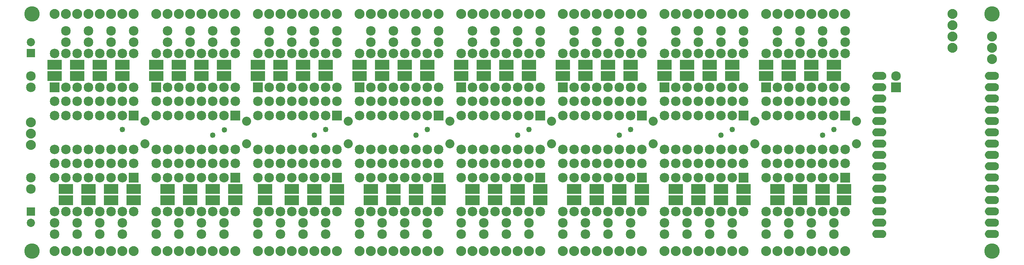
<source format=gbs>
G04 MADE WITH FRITZING*
G04 WWW.FRITZING.ORG*
G04 DOUBLE SIDED*
G04 HOLES PLATED*
G04 CONTOUR ON CENTER OF CONTOUR VECTOR*
%ASAXBY*%
%FSLAX23Y23*%
%MOIN*%
%OFA0B0*%
%SFA1.0B1.0*%
%ADD10C,0.062000*%
%ADD11C,0.088000*%
%ADD12C,0.080000*%
%ADD13C,0.085000*%
%ADD14C,0.135984*%
%ADD15C,0.072992*%
%ADD16C,0.049370*%
%ADD17R,0.085000X0.085000*%
%ADD18R,0.072992X0.072992*%
%ADD19R,0.128110X0.088740*%
%ADD20R,0.001000X0.001000*%
%LNMASK0*%
G90*
G70*
G54D10*
X7665Y1655D03*
X7665Y1555D03*
X7665Y1455D03*
X7665Y1355D03*
X7665Y1255D03*
X7665Y1155D03*
X7665Y1055D03*
X7665Y955D03*
X7665Y855D03*
X7665Y755D03*
X7665Y655D03*
X7665Y555D03*
X7665Y455D03*
X7665Y355D03*
X7665Y255D03*
X8665Y255D03*
X8665Y355D03*
X8665Y455D03*
X8665Y555D03*
X8665Y655D03*
X8665Y755D03*
X8665Y855D03*
X8665Y955D03*
X8665Y1055D03*
X8665Y1155D03*
X8665Y1255D03*
X8665Y1355D03*
X8665Y1455D03*
X8665Y1555D03*
X8665Y1655D03*
G54D11*
X8315Y1905D03*
X8315Y2005D03*
X8315Y2105D03*
X8315Y2205D03*
X8665Y1805D03*
X8665Y1905D03*
X8665Y2005D03*
G54D12*
X7465Y1255D03*
X7465Y1055D03*
X1165Y1255D03*
X1165Y1055D03*
X2065Y1255D03*
X2065Y1055D03*
X2965Y1255D03*
X2965Y1055D03*
X3865Y1255D03*
X3865Y1055D03*
X4765Y1255D03*
X4765Y1055D03*
X5665Y1255D03*
X5665Y1055D03*
X6565Y1255D03*
X6565Y1055D03*
G54D13*
X7815Y1555D03*
X7815Y1655D03*
G54D14*
X165Y2205D03*
X165Y105D03*
G54D15*
X153Y454D03*
X153Y355D03*
X153Y1857D03*
X153Y1955D03*
G54D13*
X153Y755D03*
X153Y655D03*
X153Y1555D03*
X153Y1655D03*
G54D11*
X153Y1243D03*
X153Y1143D03*
X153Y1043D03*
G54D16*
X5465Y1180D03*
X5365Y1130D03*
X6265Y1130D03*
X6365Y1180D03*
X7265Y1180D03*
X7165Y1130D03*
X4565Y1180D03*
X4466Y1131D03*
X965Y1180D03*
X3665Y1180D03*
X3566Y1130D03*
X1867Y1177D03*
X1765Y1130D03*
X2666Y1130D03*
X2765Y1180D03*
G54D11*
X1065Y2205D03*
X965Y2205D03*
X865Y2205D03*
X765Y2205D03*
X665Y2205D03*
X565Y2205D03*
X465Y2205D03*
X365Y2205D03*
X1965Y2205D03*
X1865Y2205D03*
X1765Y2205D03*
X1665Y2205D03*
X1565Y2205D03*
X1465Y2205D03*
X1365Y2205D03*
X1265Y2205D03*
X2865Y2205D03*
X2765Y2205D03*
X2665Y2205D03*
X2565Y2205D03*
X2465Y2205D03*
X2365Y2205D03*
X2265Y2205D03*
X2165Y2205D03*
X3765Y2205D03*
X3665Y2205D03*
X3565Y2205D03*
X3465Y2205D03*
X3365Y2205D03*
X3265Y2205D03*
X3165Y2205D03*
X3065Y2205D03*
X4665Y2205D03*
X4565Y2205D03*
X4465Y2205D03*
X4365Y2205D03*
X4265Y2205D03*
X4165Y2205D03*
X4065Y2205D03*
X3965Y2205D03*
X5565Y2205D03*
X5465Y2205D03*
X5365Y2205D03*
X5265Y2205D03*
X5165Y2205D03*
X5065Y2205D03*
X4965Y2205D03*
X4865Y2205D03*
X6465Y2205D03*
X6365Y2205D03*
X6265Y2205D03*
X6165Y2205D03*
X6065Y2205D03*
X5965Y2205D03*
X5865Y2205D03*
X5765Y2205D03*
X7365Y2205D03*
X7265Y2205D03*
X7165Y2205D03*
X7065Y2205D03*
X6965Y2205D03*
X6865Y2205D03*
X6765Y2205D03*
X6665Y2205D03*
G54D14*
X8665Y105D03*
X8665Y2205D03*
G54D13*
X1065Y1305D03*
X1065Y1005D03*
X965Y1305D03*
X965Y1005D03*
X865Y1305D03*
X865Y1005D03*
X765Y1305D03*
X765Y1005D03*
X665Y1305D03*
X665Y1005D03*
X565Y1305D03*
X565Y1005D03*
X465Y1305D03*
X465Y1005D03*
X365Y1305D03*
X365Y1005D03*
X1965Y1305D03*
X1965Y1005D03*
X1865Y1305D03*
X1865Y1005D03*
X1765Y1305D03*
X1765Y1005D03*
X1665Y1305D03*
X1665Y1005D03*
X1565Y1305D03*
X1565Y1005D03*
X1465Y1305D03*
X1465Y1005D03*
X1365Y1305D03*
X1365Y1005D03*
X1265Y1305D03*
X1265Y1005D03*
X2865Y1305D03*
X2865Y1005D03*
X2765Y1305D03*
X2765Y1005D03*
X2665Y1305D03*
X2665Y1005D03*
X2565Y1305D03*
X2565Y1005D03*
X2465Y1305D03*
X2465Y1005D03*
X2365Y1305D03*
X2365Y1005D03*
X2265Y1305D03*
X2265Y1005D03*
X2165Y1305D03*
X2165Y1005D03*
X3765Y1305D03*
X3765Y1005D03*
X3665Y1305D03*
X3665Y1005D03*
X3565Y1305D03*
X3565Y1005D03*
X3465Y1305D03*
X3465Y1005D03*
X3365Y1305D03*
X3365Y1005D03*
X3265Y1305D03*
X3265Y1005D03*
X3165Y1305D03*
X3165Y1005D03*
X3065Y1305D03*
X3065Y1005D03*
X4665Y1305D03*
X4665Y1005D03*
X4565Y1305D03*
X4565Y1005D03*
X4465Y1305D03*
X4465Y1005D03*
X4365Y1305D03*
X4365Y1005D03*
X4265Y1305D03*
X4265Y1005D03*
X4165Y1305D03*
X4165Y1005D03*
X4065Y1305D03*
X4065Y1005D03*
X3965Y1305D03*
X3965Y1005D03*
X5565Y1305D03*
X5565Y1005D03*
X5465Y1305D03*
X5465Y1005D03*
X5365Y1305D03*
X5365Y1005D03*
X5265Y1305D03*
X5265Y1005D03*
X5165Y1305D03*
X5165Y1005D03*
X5065Y1305D03*
X5065Y1005D03*
X4965Y1305D03*
X4965Y1005D03*
X4865Y1305D03*
X4865Y1005D03*
X6465Y1305D03*
X6465Y1005D03*
X6365Y1305D03*
X6365Y1005D03*
X6265Y1305D03*
X6265Y1005D03*
X6165Y1305D03*
X6165Y1005D03*
X6065Y1305D03*
X6065Y1005D03*
X5965Y1305D03*
X5965Y1005D03*
X5865Y1305D03*
X5865Y1005D03*
X5765Y1305D03*
X5765Y1005D03*
X7365Y1305D03*
X7365Y1005D03*
X7265Y1305D03*
X7265Y1005D03*
X7165Y1305D03*
X7165Y1005D03*
X7065Y1305D03*
X7065Y1005D03*
X6965Y1305D03*
X6965Y1005D03*
X6865Y1305D03*
X6865Y1005D03*
X6765Y1305D03*
X6765Y1005D03*
X6665Y1305D03*
X6665Y1005D03*
X1065Y755D03*
X1065Y455D03*
X965Y755D03*
X965Y455D03*
X865Y755D03*
X865Y455D03*
X765Y755D03*
X765Y455D03*
X665Y755D03*
X665Y455D03*
X565Y755D03*
X565Y455D03*
X465Y755D03*
X465Y455D03*
X365Y755D03*
X365Y455D03*
X1965Y755D03*
X1965Y455D03*
X1865Y755D03*
X1865Y455D03*
X1765Y755D03*
X1765Y455D03*
X1665Y755D03*
X1665Y455D03*
X1565Y755D03*
X1565Y455D03*
X1465Y755D03*
X1465Y455D03*
X1365Y755D03*
X1365Y455D03*
X1265Y755D03*
X1265Y455D03*
X2865Y755D03*
X2865Y455D03*
X2765Y755D03*
X2765Y455D03*
X2665Y755D03*
X2665Y455D03*
X2565Y755D03*
X2565Y455D03*
X2465Y755D03*
X2465Y455D03*
X2365Y755D03*
X2365Y455D03*
X2265Y755D03*
X2265Y455D03*
X2165Y755D03*
X2165Y455D03*
X3765Y755D03*
X3765Y455D03*
X3665Y755D03*
X3665Y455D03*
X3565Y755D03*
X3565Y455D03*
X3465Y755D03*
X3465Y455D03*
X3365Y755D03*
X3365Y455D03*
X3265Y755D03*
X3265Y455D03*
X3165Y755D03*
X3165Y455D03*
X3065Y755D03*
X3065Y455D03*
X4665Y755D03*
X4665Y455D03*
X4565Y755D03*
X4565Y455D03*
X4465Y755D03*
X4465Y455D03*
X4365Y755D03*
X4365Y455D03*
X4265Y755D03*
X4265Y455D03*
X4165Y755D03*
X4165Y455D03*
X4065Y755D03*
X4065Y455D03*
X3965Y755D03*
X3965Y455D03*
X5565Y755D03*
X5565Y455D03*
X5465Y755D03*
X5465Y455D03*
X5365Y755D03*
X5365Y455D03*
X5265Y755D03*
X5265Y455D03*
X5165Y755D03*
X5165Y455D03*
X5065Y755D03*
X5065Y455D03*
X4965Y755D03*
X4965Y455D03*
X4865Y755D03*
X4865Y455D03*
X6465Y755D03*
X6465Y455D03*
X6365Y755D03*
X6365Y455D03*
X6265Y755D03*
X6265Y455D03*
X6165Y755D03*
X6165Y455D03*
X6065Y755D03*
X6065Y455D03*
X5965Y755D03*
X5965Y455D03*
X5865Y755D03*
X5865Y455D03*
X5765Y755D03*
X5765Y455D03*
X7365Y755D03*
X7365Y455D03*
X7265Y755D03*
X7265Y455D03*
X7165Y755D03*
X7165Y455D03*
X7065Y755D03*
X7065Y455D03*
X6965Y755D03*
X6965Y455D03*
X6865Y755D03*
X6865Y455D03*
X6765Y755D03*
X6765Y455D03*
X6665Y755D03*
X6665Y455D03*
X365Y1555D03*
X365Y1855D03*
X465Y1555D03*
X465Y1855D03*
X565Y1555D03*
X565Y1855D03*
X665Y1555D03*
X665Y1855D03*
X765Y1555D03*
X765Y1855D03*
X865Y1555D03*
X865Y1855D03*
X965Y1555D03*
X965Y1855D03*
X1065Y1555D03*
X1065Y1855D03*
X1265Y1555D03*
X1265Y1855D03*
X1365Y1555D03*
X1365Y1855D03*
X1465Y1555D03*
X1465Y1855D03*
X1565Y1555D03*
X1565Y1855D03*
X1665Y1555D03*
X1665Y1855D03*
X1765Y1555D03*
X1765Y1855D03*
X1865Y1555D03*
X1865Y1855D03*
X1965Y1555D03*
X1965Y1855D03*
X2165Y1555D03*
X2165Y1855D03*
X2265Y1555D03*
X2265Y1855D03*
X2365Y1555D03*
X2365Y1855D03*
X2465Y1555D03*
X2465Y1855D03*
X2565Y1555D03*
X2565Y1855D03*
X2665Y1555D03*
X2665Y1855D03*
X2765Y1555D03*
X2765Y1855D03*
X2865Y1555D03*
X2865Y1855D03*
X3065Y1555D03*
X3065Y1855D03*
X3165Y1555D03*
X3165Y1855D03*
X3265Y1555D03*
X3265Y1855D03*
X3365Y1555D03*
X3365Y1855D03*
X3465Y1555D03*
X3465Y1855D03*
X3565Y1555D03*
X3565Y1855D03*
X3665Y1555D03*
X3665Y1855D03*
X3765Y1555D03*
X3765Y1855D03*
X3965Y1555D03*
X3965Y1855D03*
X4065Y1555D03*
X4065Y1855D03*
X4165Y1555D03*
X4165Y1855D03*
X4265Y1555D03*
X4265Y1855D03*
X4365Y1555D03*
X4365Y1855D03*
X4465Y1555D03*
X4465Y1855D03*
X4565Y1555D03*
X4565Y1855D03*
X4665Y1555D03*
X4665Y1855D03*
X5766Y1555D03*
X5766Y1855D03*
X5866Y1555D03*
X5866Y1855D03*
X5966Y1555D03*
X5966Y1855D03*
X6066Y1555D03*
X6066Y1855D03*
X6166Y1555D03*
X6166Y1855D03*
X6266Y1555D03*
X6266Y1855D03*
X6366Y1555D03*
X6366Y1855D03*
X6466Y1555D03*
X6466Y1855D03*
X4865Y1555D03*
X4865Y1855D03*
X4965Y1555D03*
X4965Y1855D03*
X5065Y1555D03*
X5065Y1855D03*
X5165Y1555D03*
X5165Y1855D03*
X5265Y1555D03*
X5265Y1855D03*
X5365Y1555D03*
X5365Y1855D03*
X5465Y1555D03*
X5465Y1855D03*
X5565Y1555D03*
X5565Y1855D03*
X6666Y1554D03*
X6666Y1854D03*
X6766Y1554D03*
X6766Y1854D03*
X6866Y1554D03*
X6866Y1854D03*
X6966Y1554D03*
X6966Y1854D03*
X7066Y1554D03*
X7066Y1854D03*
X7166Y1554D03*
X7166Y1854D03*
X7266Y1554D03*
X7266Y1854D03*
X7366Y1554D03*
X7366Y1854D03*
X7365Y1955D03*
X7365Y2055D03*
X6965Y2055D03*
X6965Y1955D03*
X5565Y2055D03*
X5565Y1955D03*
X6465Y2055D03*
X6465Y1955D03*
X5365Y2055D03*
X5365Y1955D03*
X6265Y2055D03*
X6265Y1955D03*
X5165Y2055D03*
X5165Y1955D03*
X6065Y2055D03*
X6065Y1955D03*
X4965Y2055D03*
X4965Y1955D03*
X5865Y2055D03*
X5865Y1955D03*
X7265Y880D03*
X7365Y880D03*
X7065Y880D03*
X7165Y880D03*
X6865Y880D03*
X6965Y880D03*
X365Y880D03*
X465Y880D03*
X1265Y880D03*
X1365Y880D03*
X2165Y880D03*
X2265Y880D03*
X3065Y880D03*
X3165Y880D03*
X3965Y880D03*
X4065Y880D03*
X4865Y880D03*
X4965Y880D03*
X5765Y880D03*
X5865Y880D03*
X565Y880D03*
X665Y880D03*
X1465Y880D03*
X1565Y880D03*
X2365Y880D03*
X2465Y880D03*
X3265Y880D03*
X3365Y880D03*
X4165Y880D03*
X4265Y880D03*
X5065Y880D03*
X5165Y880D03*
X5965Y880D03*
X6065Y880D03*
X765Y880D03*
X865Y880D03*
X1665Y880D03*
X1765Y880D03*
X2565Y880D03*
X2665Y880D03*
X3465Y880D03*
X3565Y880D03*
X4365Y880D03*
X4465Y880D03*
X5265Y880D03*
X5365Y880D03*
X6165Y880D03*
X6265Y880D03*
X965Y880D03*
X1065Y880D03*
X1865Y880D03*
X1965Y880D03*
X2765Y880D03*
X2865Y880D03*
X3665Y880D03*
X3765Y880D03*
X4565Y880D03*
X4665Y880D03*
X5465Y880D03*
X5565Y880D03*
X6365Y880D03*
X6465Y880D03*
X6665Y880D03*
X6765Y880D03*
X7265Y1430D03*
X7365Y1430D03*
X6865Y1430D03*
X6965Y1430D03*
X7165Y1430D03*
X7065Y1430D03*
X965Y1430D03*
X1065Y1430D03*
X1865Y1430D03*
X1965Y1430D03*
X2765Y1430D03*
X2865Y1430D03*
X3665Y1430D03*
X3765Y1430D03*
X4565Y1430D03*
X4665Y1430D03*
X5465Y1430D03*
X5565Y1430D03*
X6365Y1430D03*
X6465Y1430D03*
X865Y1430D03*
X765Y1430D03*
X1765Y1430D03*
X1665Y1430D03*
X2665Y1430D03*
X2565Y1430D03*
X3565Y1430D03*
X3465Y1430D03*
X4465Y1430D03*
X4365Y1430D03*
X5365Y1430D03*
X5265Y1430D03*
X6265Y1430D03*
X6165Y1430D03*
X565Y1430D03*
X665Y1430D03*
X1465Y1430D03*
X1565Y1430D03*
X2365Y1430D03*
X2465Y1430D03*
X3265Y1430D03*
X3365Y1430D03*
X4165Y1430D03*
X4265Y1430D03*
X5065Y1430D03*
X5165Y1430D03*
X5965Y1430D03*
X6065Y1430D03*
X465Y1430D03*
X365Y1430D03*
X1365Y1430D03*
X1265Y1430D03*
X2265Y1430D03*
X2165Y1430D03*
X3165Y1430D03*
X3065Y1430D03*
X4065Y1430D03*
X3965Y1430D03*
X4965Y1430D03*
X4865Y1430D03*
X5865Y1430D03*
X5765Y1430D03*
X6765Y1430D03*
X6665Y1430D03*
X7265Y355D03*
X7265Y255D03*
X7065Y355D03*
X7065Y255D03*
X6865Y355D03*
X6865Y255D03*
X965Y355D03*
X965Y255D03*
X1865Y355D03*
X1865Y255D03*
X2765Y355D03*
X2765Y255D03*
X3665Y355D03*
X3665Y255D03*
X4565Y355D03*
X4565Y255D03*
X5465Y355D03*
X5465Y255D03*
X6365Y355D03*
X6365Y255D03*
X765Y355D03*
X765Y255D03*
X1665Y355D03*
X1665Y255D03*
X2565Y355D03*
X2565Y255D03*
X3465Y355D03*
X3465Y255D03*
X4365Y355D03*
X4365Y255D03*
X5265Y355D03*
X5265Y255D03*
X6165Y355D03*
X6165Y255D03*
X565Y355D03*
X565Y255D03*
X1465Y355D03*
X1465Y255D03*
X2365Y355D03*
X2365Y255D03*
X3265Y355D03*
X3265Y255D03*
X4165Y355D03*
X4165Y255D03*
X5065Y355D03*
X5065Y255D03*
X5965Y355D03*
X5965Y255D03*
X365Y355D03*
X365Y255D03*
X1265Y355D03*
X1265Y255D03*
X2165Y355D03*
X2165Y255D03*
X3065Y355D03*
X3065Y255D03*
X3965Y355D03*
X3965Y255D03*
X4865Y355D03*
X4865Y255D03*
X5765Y355D03*
X5765Y255D03*
X6665Y355D03*
X6665Y255D03*
X4665Y2055D03*
X4665Y1955D03*
X4465Y2055D03*
X4465Y1955D03*
X1065Y2055D03*
X1065Y1955D03*
X665Y2055D03*
X665Y1955D03*
X865Y2055D03*
X865Y1955D03*
X465Y2055D03*
X465Y1955D03*
X1965Y2055D03*
X1965Y1955D03*
X1565Y2055D03*
X1565Y1955D03*
X1765Y2055D03*
X1765Y1955D03*
X1365Y2055D03*
X1365Y1955D03*
X2865Y2055D03*
X2865Y1955D03*
X2465Y2055D03*
X2465Y1955D03*
X2665Y2055D03*
X2665Y1955D03*
X2265Y2055D03*
X2265Y1955D03*
X3165Y2055D03*
X3165Y1955D03*
X3365Y2055D03*
X3365Y1955D03*
X3565Y2055D03*
X3565Y1955D03*
X3765Y2055D03*
X3765Y1955D03*
X4065Y2055D03*
X4065Y1955D03*
X4265Y2055D03*
X4265Y1955D03*
G54D11*
X365Y105D03*
X465Y105D03*
X565Y105D03*
X665Y105D03*
X765Y105D03*
X865Y105D03*
X965Y105D03*
X1065Y105D03*
X1265Y105D03*
X1365Y105D03*
X1465Y105D03*
X1565Y105D03*
X1665Y105D03*
X1765Y105D03*
X1865Y105D03*
X1965Y105D03*
X2165Y105D03*
X2265Y105D03*
X2365Y105D03*
X2465Y105D03*
X2565Y105D03*
X2665Y105D03*
X2765Y105D03*
X2865Y105D03*
X3065Y105D03*
X3165Y105D03*
X3265Y105D03*
X3365Y105D03*
X3465Y105D03*
X3565Y105D03*
X3665Y105D03*
X3765Y105D03*
X3965Y105D03*
X4065Y105D03*
X4165Y105D03*
X4265Y105D03*
X4365Y105D03*
X4465Y105D03*
X4565Y105D03*
X4665Y105D03*
X6665Y105D03*
X6765Y105D03*
X6865Y105D03*
X6965Y105D03*
X7065Y105D03*
X7165Y105D03*
X7265Y105D03*
X7365Y105D03*
X5765Y105D03*
X5865Y105D03*
X5965Y105D03*
X6065Y105D03*
X6165Y105D03*
X6265Y105D03*
X6365Y105D03*
X6465Y105D03*
X4865Y105D03*
X4965Y105D03*
X5065Y105D03*
X5165Y105D03*
X5265Y105D03*
X5365Y105D03*
X5465Y105D03*
X5565Y105D03*
G54D13*
X7165Y1955D03*
X7165Y2055D03*
X6765Y2055D03*
X6765Y1955D03*
G54D17*
X7815Y1555D03*
G54D18*
X153Y454D03*
X153Y1857D03*
G54D19*
X365Y1755D03*
X1265Y1755D03*
X2165Y1755D03*
X3065Y1755D03*
X3965Y1755D03*
X365Y1655D03*
X1265Y1655D03*
X2165Y1655D03*
X3065Y1655D03*
X3965Y1655D03*
X965Y1655D03*
X1865Y1655D03*
X2765Y1655D03*
X3665Y1655D03*
X4565Y1655D03*
X765Y1755D03*
X1665Y1755D03*
X2565Y1755D03*
X3465Y1755D03*
X4365Y1755D03*
X965Y1755D03*
X1865Y1755D03*
X2765Y1755D03*
X3665Y1755D03*
X4565Y1755D03*
X565Y1755D03*
X1465Y1755D03*
X2365Y1755D03*
X3265Y1755D03*
X4165Y1755D03*
X565Y1655D03*
X1465Y1655D03*
X2365Y1655D03*
X3265Y1655D03*
X4165Y1655D03*
X765Y1655D03*
X1665Y1655D03*
X2565Y1655D03*
X3465Y1655D03*
X4365Y1655D03*
X4865Y1755D03*
X4865Y1655D03*
X5465Y1655D03*
X5265Y1755D03*
X5465Y1755D03*
X5065Y1755D03*
X5065Y1655D03*
X5265Y1655D03*
X5765Y1755D03*
X5765Y1655D03*
X6365Y1655D03*
X6165Y1755D03*
X6365Y1755D03*
X5965Y1755D03*
X5965Y1655D03*
X6165Y1655D03*
X6665Y1755D03*
X6665Y1655D03*
X7265Y1655D03*
X7065Y1755D03*
X7265Y1755D03*
X6865Y1755D03*
X6865Y1655D03*
X7065Y1655D03*
X6965Y555D03*
X7353Y555D03*
X6965Y655D03*
X7353Y655D03*
X7165Y655D03*
X7165Y555D03*
X6765Y555D03*
X6765Y655D03*
X6065Y555D03*
X6465Y555D03*
X6065Y655D03*
X6465Y655D03*
X6265Y655D03*
X6265Y555D03*
X5865Y555D03*
X5865Y655D03*
X5165Y555D03*
X5565Y555D03*
X5165Y655D03*
X5565Y655D03*
X5365Y655D03*
X5365Y555D03*
X4965Y555D03*
X4965Y655D03*
X1065Y655D03*
X1965Y655D03*
X2865Y655D03*
X3765Y655D03*
X4665Y655D03*
X1065Y555D03*
X1965Y555D03*
X2865Y555D03*
X3765Y555D03*
X4665Y555D03*
X865Y555D03*
X1765Y555D03*
X2665Y555D03*
X3565Y555D03*
X4465Y555D03*
X865Y655D03*
X1765Y655D03*
X2665Y655D03*
X3565Y655D03*
X4465Y655D03*
X665Y555D03*
X1565Y555D03*
X2465Y555D03*
X3365Y555D03*
X4265Y555D03*
X665Y655D03*
X1565Y655D03*
X2465Y655D03*
X3365Y655D03*
X4265Y655D03*
X465Y555D03*
X1365Y555D03*
X2228Y555D03*
X3165Y555D03*
X4065Y555D03*
X465Y655D03*
X1365Y655D03*
X2228Y655D03*
X3165Y655D03*
X4065Y655D03*
G54D17*
X1065Y1305D03*
X1965Y1305D03*
X2865Y1305D03*
X3765Y1305D03*
X4665Y1305D03*
X5565Y1305D03*
X6465Y1305D03*
X7365Y1305D03*
X1065Y755D03*
X1965Y755D03*
X2865Y755D03*
X3765Y755D03*
X4665Y755D03*
X5565Y755D03*
X6465Y755D03*
X7365Y755D03*
X365Y1555D03*
X1265Y1555D03*
X2165Y1555D03*
X3065Y1555D03*
X3965Y1555D03*
X5766Y1555D03*
X4865Y1555D03*
X6666Y1554D03*
G54D20*
X7635Y1691D02*
X7698Y1691D01*
X8633Y1691D02*
X8695Y1691D01*
X7631Y1690D02*
X7702Y1690D01*
X8629Y1690D02*
X8699Y1690D01*
X7628Y1689D02*
X7705Y1689D01*
X8626Y1689D02*
X8702Y1689D01*
X7626Y1688D02*
X7707Y1688D01*
X8623Y1688D02*
X8705Y1688D01*
X7624Y1687D02*
X7709Y1687D01*
X8621Y1687D02*
X8707Y1687D01*
X7622Y1686D02*
X7711Y1686D01*
X8620Y1686D02*
X8708Y1686D01*
X7621Y1685D02*
X7713Y1685D01*
X8618Y1685D02*
X8710Y1685D01*
X7619Y1684D02*
X7714Y1684D01*
X8617Y1684D02*
X8711Y1684D01*
X7618Y1683D02*
X7715Y1683D01*
X8615Y1683D02*
X8713Y1683D01*
X7617Y1682D02*
X7716Y1682D01*
X8614Y1682D02*
X8714Y1682D01*
X7616Y1681D02*
X7718Y1681D01*
X8613Y1681D02*
X8715Y1681D01*
X7615Y1680D02*
X7718Y1680D01*
X8612Y1680D02*
X8716Y1680D01*
X7614Y1679D02*
X7719Y1679D01*
X8611Y1679D02*
X8717Y1679D01*
X7613Y1678D02*
X7720Y1678D01*
X8610Y1678D02*
X8718Y1678D01*
X7612Y1677D02*
X7721Y1677D01*
X8610Y1677D02*
X8718Y1677D01*
X7612Y1676D02*
X7722Y1676D01*
X8609Y1676D02*
X8719Y1676D01*
X7611Y1675D02*
X7722Y1675D01*
X8608Y1675D02*
X8720Y1675D01*
X7610Y1674D02*
X7723Y1674D01*
X8608Y1674D02*
X8720Y1674D01*
X7610Y1673D02*
X7723Y1673D01*
X8607Y1673D02*
X8721Y1673D01*
X7609Y1672D02*
X7724Y1672D01*
X8607Y1672D02*
X8721Y1672D01*
X7609Y1671D02*
X7724Y1671D01*
X8606Y1671D02*
X8722Y1671D01*
X7608Y1670D02*
X7725Y1670D01*
X8606Y1670D02*
X8722Y1670D01*
X7608Y1669D02*
X7725Y1669D01*
X8605Y1669D02*
X8723Y1669D01*
X7608Y1668D02*
X7726Y1668D01*
X8605Y1668D02*
X8723Y1668D01*
X7607Y1667D02*
X7726Y1667D01*
X8605Y1667D02*
X8723Y1667D01*
X7607Y1666D02*
X7726Y1666D01*
X8604Y1666D02*
X8724Y1666D01*
X7607Y1665D02*
X7727Y1665D01*
X8602Y1665D02*
X8724Y1665D01*
X7606Y1664D02*
X7727Y1664D01*
X8602Y1664D02*
X8724Y1664D01*
X7606Y1663D02*
X7727Y1663D01*
X8602Y1663D02*
X8725Y1663D01*
X7606Y1662D02*
X7727Y1662D01*
X8602Y1662D02*
X8725Y1662D01*
X7606Y1661D02*
X7664Y1661D01*
X7671Y1661D02*
X7728Y1661D01*
X8602Y1661D02*
X8661Y1661D01*
X8667Y1661D02*
X8725Y1661D01*
X7605Y1660D02*
X7663Y1660D01*
X7672Y1660D02*
X7728Y1660D01*
X8602Y1660D02*
X8659Y1660D01*
X8669Y1660D02*
X8725Y1660D01*
X7605Y1659D02*
X7662Y1659D01*
X7673Y1659D02*
X7728Y1659D01*
X8602Y1659D02*
X8659Y1659D01*
X8669Y1659D02*
X8725Y1659D01*
X7605Y1658D02*
X7661Y1658D01*
X7673Y1658D02*
X7728Y1658D01*
X8602Y1658D02*
X8658Y1658D01*
X8670Y1658D02*
X8725Y1658D01*
X7605Y1657D02*
X7661Y1657D01*
X7674Y1657D02*
X7728Y1657D01*
X8602Y1657D02*
X8658Y1657D01*
X8670Y1657D02*
X8725Y1657D01*
X7605Y1656D02*
X7661Y1656D01*
X7674Y1656D02*
X7728Y1656D01*
X8602Y1656D02*
X8657Y1656D01*
X8670Y1656D02*
X8725Y1656D01*
X7605Y1655D02*
X7661Y1655D01*
X7674Y1655D02*
X7728Y1655D01*
X8603Y1655D02*
X8657Y1655D01*
X8670Y1655D02*
X8725Y1655D01*
X7605Y1654D02*
X7661Y1654D01*
X7674Y1654D02*
X7728Y1654D01*
X8603Y1654D02*
X8658Y1654D01*
X8670Y1654D02*
X8725Y1654D01*
X7605Y1653D02*
X7661Y1653D01*
X7673Y1653D02*
X7728Y1653D01*
X8603Y1653D02*
X8658Y1653D01*
X8670Y1653D02*
X8725Y1653D01*
X7605Y1652D02*
X7662Y1652D01*
X7673Y1652D02*
X7728Y1652D01*
X8603Y1652D02*
X8659Y1652D01*
X8669Y1652D02*
X8725Y1652D01*
X7605Y1651D02*
X7663Y1651D01*
X7672Y1651D02*
X7728Y1651D01*
X8603Y1651D02*
X8660Y1651D01*
X8668Y1651D02*
X8725Y1651D01*
X7606Y1650D02*
X7664Y1650D01*
X7670Y1650D02*
X7727Y1650D01*
X8603Y1650D02*
X8661Y1650D01*
X8667Y1650D02*
X8725Y1650D01*
X7606Y1649D02*
X7727Y1649D01*
X8603Y1649D02*
X8725Y1649D01*
X7606Y1648D02*
X7727Y1648D01*
X8603Y1648D02*
X8724Y1648D01*
X7606Y1647D02*
X7727Y1647D01*
X8604Y1647D02*
X8724Y1647D01*
X7607Y1646D02*
X7727Y1646D01*
X8604Y1646D02*
X8724Y1646D01*
X7607Y1645D02*
X7726Y1645D01*
X8604Y1645D02*
X8724Y1645D01*
X7607Y1644D02*
X7726Y1644D01*
X8605Y1644D02*
X8723Y1644D01*
X7608Y1643D02*
X7726Y1643D01*
X8605Y1643D02*
X8723Y1643D01*
X7608Y1642D02*
X7725Y1642D01*
X8605Y1642D02*
X8723Y1642D01*
X7608Y1641D02*
X7725Y1641D01*
X8606Y1641D02*
X8722Y1641D01*
X7609Y1640D02*
X7724Y1640D01*
X8606Y1640D02*
X8722Y1640D01*
X7609Y1639D02*
X7724Y1639D01*
X8607Y1639D02*
X8721Y1639D01*
X7610Y1638D02*
X7723Y1638D01*
X8607Y1638D02*
X8721Y1638D01*
X7610Y1637D02*
X7723Y1637D01*
X8608Y1637D02*
X8720Y1637D01*
X7611Y1636D02*
X7722Y1636D01*
X8608Y1636D02*
X8719Y1636D01*
X7612Y1635D02*
X7721Y1635D01*
X8609Y1635D02*
X8719Y1635D01*
X7612Y1634D02*
X7721Y1634D01*
X8610Y1634D02*
X8718Y1634D01*
X7613Y1633D02*
X7720Y1633D01*
X8611Y1633D02*
X8717Y1633D01*
X7614Y1632D02*
X7719Y1632D01*
X8611Y1632D02*
X8717Y1632D01*
X7615Y1631D02*
X7718Y1631D01*
X8612Y1631D02*
X8716Y1631D01*
X7616Y1630D02*
X7717Y1630D01*
X8613Y1630D02*
X8715Y1630D01*
X7617Y1629D02*
X7716Y1629D01*
X8614Y1629D02*
X8714Y1629D01*
X7618Y1628D02*
X7715Y1628D01*
X8615Y1628D02*
X8712Y1628D01*
X7619Y1627D02*
X7714Y1627D01*
X8617Y1627D02*
X8711Y1627D01*
X7621Y1626D02*
X7712Y1626D01*
X8618Y1626D02*
X8710Y1626D01*
X7622Y1625D02*
X7711Y1625D01*
X8620Y1625D02*
X8708Y1625D01*
X7624Y1624D02*
X7709Y1624D01*
X8622Y1624D02*
X8706Y1624D01*
X7626Y1623D02*
X7707Y1623D01*
X8624Y1623D02*
X8704Y1623D01*
X7629Y1622D02*
X7704Y1622D01*
X8626Y1622D02*
X8702Y1622D01*
X7632Y1621D02*
X7701Y1621D01*
X8629Y1621D02*
X8699Y1621D01*
X7636Y1620D02*
X7697Y1620D01*
X8634Y1620D02*
X8694Y1620D01*
X7635Y1591D02*
X7698Y1591D01*
X8633Y1591D02*
X8695Y1591D01*
X7631Y1590D02*
X7702Y1590D01*
X8629Y1590D02*
X8699Y1590D01*
X7628Y1589D02*
X7705Y1589D01*
X8626Y1589D02*
X8702Y1589D01*
X7626Y1588D02*
X7707Y1588D01*
X8623Y1588D02*
X8705Y1588D01*
X7624Y1587D02*
X7709Y1587D01*
X8621Y1587D02*
X8707Y1587D01*
X7622Y1586D02*
X7711Y1586D01*
X8620Y1586D02*
X8708Y1586D01*
X7620Y1585D02*
X7713Y1585D01*
X8618Y1585D02*
X8710Y1585D01*
X7619Y1584D02*
X7714Y1584D01*
X8617Y1584D02*
X8711Y1584D01*
X7618Y1583D02*
X7715Y1583D01*
X8615Y1583D02*
X8713Y1583D01*
X7617Y1582D02*
X7716Y1582D01*
X8614Y1582D02*
X8714Y1582D01*
X7616Y1581D02*
X7717Y1581D01*
X8613Y1581D02*
X8715Y1581D01*
X7615Y1580D02*
X7718Y1580D01*
X8612Y1580D02*
X8716Y1580D01*
X7614Y1579D02*
X7719Y1579D01*
X8611Y1579D02*
X8717Y1579D01*
X7613Y1578D02*
X7720Y1578D01*
X8610Y1578D02*
X8718Y1578D01*
X7612Y1577D02*
X7721Y1577D01*
X8610Y1577D02*
X8718Y1577D01*
X7611Y1576D02*
X7721Y1576D01*
X8609Y1576D02*
X8719Y1576D01*
X7611Y1575D02*
X7722Y1575D01*
X8608Y1575D02*
X8720Y1575D01*
X7610Y1574D02*
X7723Y1574D01*
X8608Y1574D02*
X8720Y1574D01*
X7610Y1573D02*
X7723Y1573D01*
X8607Y1573D02*
X8721Y1573D01*
X7609Y1572D02*
X7724Y1572D01*
X8607Y1572D02*
X8721Y1572D01*
X7609Y1571D02*
X7724Y1571D01*
X8606Y1571D02*
X8722Y1571D01*
X7608Y1570D02*
X7725Y1570D01*
X8606Y1570D02*
X8722Y1570D01*
X7608Y1569D02*
X7725Y1569D01*
X8605Y1569D02*
X8723Y1569D01*
X7607Y1568D02*
X7726Y1568D01*
X8605Y1568D02*
X8723Y1568D01*
X7607Y1567D02*
X7726Y1567D01*
X8605Y1567D02*
X8723Y1567D01*
X7607Y1566D02*
X7726Y1566D01*
X8604Y1566D02*
X8724Y1566D01*
X7606Y1565D02*
X7727Y1565D01*
X8602Y1565D02*
X8724Y1565D01*
X7606Y1564D02*
X7727Y1564D01*
X8602Y1564D02*
X8724Y1564D01*
X7606Y1563D02*
X7727Y1563D01*
X8602Y1563D02*
X8725Y1563D01*
X7606Y1562D02*
X7727Y1562D01*
X8602Y1562D02*
X8725Y1562D01*
X7606Y1561D02*
X7664Y1561D01*
X7671Y1561D02*
X7727Y1561D01*
X8602Y1561D02*
X8661Y1561D01*
X8667Y1561D02*
X8725Y1561D01*
X7605Y1560D02*
X7662Y1560D01*
X7672Y1560D02*
X7728Y1560D01*
X8602Y1560D02*
X8659Y1560D01*
X8669Y1560D02*
X8725Y1560D01*
X7605Y1559D02*
X7662Y1559D01*
X7673Y1559D02*
X7728Y1559D01*
X8602Y1559D02*
X8658Y1559D01*
X8670Y1559D02*
X8725Y1559D01*
X7605Y1558D02*
X7661Y1558D01*
X7673Y1558D02*
X7728Y1558D01*
X8602Y1558D02*
X8658Y1558D01*
X8670Y1558D02*
X8725Y1558D01*
X7605Y1557D02*
X7661Y1557D01*
X7674Y1557D02*
X7728Y1557D01*
X8602Y1557D02*
X8657Y1557D01*
X8671Y1557D02*
X8725Y1557D01*
X7605Y1556D02*
X7661Y1556D01*
X7674Y1556D02*
X7728Y1556D01*
X8602Y1556D02*
X8657Y1556D01*
X8671Y1556D02*
X8725Y1556D01*
X7605Y1555D02*
X7661Y1555D01*
X7674Y1555D02*
X7728Y1555D01*
X8603Y1555D02*
X8657Y1555D01*
X8671Y1555D02*
X8725Y1555D01*
X7605Y1554D02*
X7661Y1554D01*
X7674Y1554D02*
X7728Y1554D01*
X8603Y1554D02*
X8657Y1554D01*
X8670Y1554D02*
X8725Y1554D01*
X7605Y1553D02*
X7661Y1553D01*
X7673Y1553D02*
X7728Y1553D01*
X8603Y1553D02*
X8658Y1553D01*
X8670Y1553D02*
X8725Y1553D01*
X7605Y1552D02*
X7662Y1552D01*
X7673Y1552D02*
X7728Y1552D01*
X8603Y1552D02*
X8659Y1552D01*
X8669Y1552D02*
X8725Y1552D01*
X7605Y1551D02*
X7663Y1551D01*
X7672Y1551D02*
X7728Y1551D01*
X8603Y1551D02*
X8659Y1551D01*
X8668Y1551D02*
X8725Y1551D01*
X7606Y1550D02*
X7665Y1550D01*
X7670Y1550D02*
X7727Y1550D01*
X8603Y1550D02*
X8661Y1550D01*
X8667Y1550D02*
X8725Y1550D01*
X7606Y1549D02*
X7727Y1549D01*
X8603Y1549D02*
X8725Y1549D01*
X7606Y1548D02*
X7727Y1548D01*
X8603Y1548D02*
X8724Y1548D01*
X7606Y1547D02*
X7727Y1547D01*
X8604Y1547D02*
X8724Y1547D01*
X7607Y1546D02*
X7726Y1546D01*
X8604Y1546D02*
X8724Y1546D01*
X7607Y1545D02*
X7726Y1545D01*
X8604Y1545D02*
X8724Y1545D01*
X7607Y1544D02*
X7726Y1544D01*
X8605Y1544D02*
X8723Y1544D01*
X7608Y1543D02*
X7725Y1543D01*
X8605Y1543D02*
X8723Y1543D01*
X7608Y1542D02*
X7725Y1542D01*
X8605Y1542D02*
X8723Y1542D01*
X7608Y1541D02*
X7725Y1541D01*
X8606Y1541D02*
X8722Y1541D01*
X7609Y1540D02*
X7724Y1540D01*
X8606Y1540D02*
X8722Y1540D01*
X7609Y1539D02*
X7724Y1539D01*
X8607Y1539D02*
X8721Y1539D01*
X7610Y1538D02*
X7723Y1538D01*
X8607Y1538D02*
X8721Y1538D01*
X7610Y1537D02*
X7723Y1537D01*
X8608Y1537D02*
X8720Y1537D01*
X7611Y1536D02*
X7722Y1536D01*
X8608Y1536D02*
X8719Y1536D01*
X7612Y1535D02*
X7721Y1535D01*
X8609Y1535D02*
X8719Y1535D01*
X7612Y1534D02*
X7721Y1534D01*
X8610Y1534D02*
X8718Y1534D01*
X7613Y1533D02*
X7720Y1533D01*
X8611Y1533D02*
X8717Y1533D01*
X7614Y1532D02*
X7719Y1532D01*
X8611Y1532D02*
X8717Y1532D01*
X7615Y1531D02*
X7718Y1531D01*
X8612Y1531D02*
X8716Y1531D01*
X7616Y1530D02*
X7717Y1530D01*
X8613Y1530D02*
X8715Y1530D01*
X7617Y1529D02*
X7716Y1529D01*
X8614Y1529D02*
X8714Y1529D01*
X7618Y1528D02*
X7715Y1528D01*
X8615Y1528D02*
X8712Y1528D01*
X7619Y1527D02*
X7714Y1527D01*
X8617Y1527D02*
X8711Y1527D01*
X7621Y1526D02*
X7712Y1526D01*
X8618Y1526D02*
X8710Y1526D01*
X7622Y1525D02*
X7711Y1525D01*
X8620Y1525D02*
X8708Y1525D01*
X7624Y1524D02*
X7709Y1524D01*
X8622Y1524D02*
X8706Y1524D01*
X7626Y1523D02*
X7707Y1523D01*
X8624Y1523D02*
X8704Y1523D01*
X7629Y1522D02*
X7704Y1522D01*
X8626Y1522D02*
X8702Y1522D01*
X7632Y1521D02*
X7701Y1521D01*
X8629Y1521D02*
X8699Y1521D01*
X7636Y1520D02*
X7697Y1520D01*
X8634Y1520D02*
X8694Y1520D01*
X7635Y1491D02*
X7698Y1491D01*
X8633Y1491D02*
X8695Y1491D01*
X7631Y1490D02*
X7702Y1490D01*
X8629Y1490D02*
X8699Y1490D01*
X7628Y1489D02*
X7705Y1489D01*
X8626Y1489D02*
X8702Y1489D01*
X7626Y1488D02*
X7707Y1488D01*
X8623Y1488D02*
X8705Y1488D01*
X7624Y1487D02*
X7709Y1487D01*
X8621Y1487D02*
X8707Y1487D01*
X7622Y1486D02*
X7711Y1486D01*
X8620Y1486D02*
X8708Y1486D01*
X7620Y1485D02*
X7713Y1485D01*
X8618Y1485D02*
X8710Y1485D01*
X7619Y1484D02*
X7714Y1484D01*
X8617Y1484D02*
X8711Y1484D01*
X7618Y1483D02*
X7715Y1483D01*
X8615Y1483D02*
X8713Y1483D01*
X7617Y1482D02*
X7716Y1482D01*
X8614Y1482D02*
X8714Y1482D01*
X7615Y1481D02*
X7717Y1481D01*
X8613Y1481D02*
X8715Y1481D01*
X7615Y1480D02*
X7718Y1480D01*
X8612Y1480D02*
X8716Y1480D01*
X7614Y1479D02*
X7719Y1479D01*
X8611Y1479D02*
X8717Y1479D01*
X7613Y1478D02*
X7720Y1478D01*
X8610Y1478D02*
X8718Y1478D01*
X7612Y1477D02*
X7721Y1477D01*
X8610Y1477D02*
X8718Y1477D01*
X7611Y1476D02*
X7721Y1476D01*
X8609Y1476D02*
X8719Y1476D01*
X7611Y1475D02*
X7722Y1475D01*
X8608Y1475D02*
X8720Y1475D01*
X7610Y1474D02*
X7723Y1474D01*
X8608Y1474D02*
X8720Y1474D01*
X7610Y1473D02*
X7723Y1473D01*
X8607Y1473D02*
X8721Y1473D01*
X7609Y1472D02*
X7724Y1472D01*
X8607Y1472D02*
X8721Y1472D01*
X7609Y1471D02*
X7724Y1471D01*
X8606Y1471D02*
X8722Y1471D01*
X7608Y1470D02*
X7725Y1470D01*
X8606Y1470D02*
X8722Y1470D01*
X7608Y1469D02*
X7725Y1469D01*
X8605Y1469D02*
X8723Y1469D01*
X7607Y1468D02*
X7726Y1468D01*
X8605Y1468D02*
X8723Y1468D01*
X7607Y1467D02*
X7726Y1467D01*
X8605Y1467D02*
X8723Y1467D01*
X7607Y1466D02*
X7726Y1466D01*
X8604Y1466D02*
X8724Y1466D01*
X7606Y1465D02*
X7727Y1465D01*
X8602Y1465D02*
X8724Y1465D01*
X7606Y1464D02*
X7727Y1464D01*
X8602Y1464D02*
X8724Y1464D01*
X7606Y1463D02*
X7727Y1463D01*
X8602Y1463D02*
X8725Y1463D01*
X7606Y1462D02*
X7727Y1462D01*
X8602Y1462D02*
X8725Y1462D01*
X7605Y1461D02*
X7664Y1461D01*
X7671Y1461D02*
X7727Y1461D01*
X8602Y1461D02*
X8661Y1461D01*
X8667Y1461D02*
X8725Y1461D01*
X7605Y1460D02*
X7662Y1460D01*
X7672Y1460D02*
X7728Y1460D01*
X8602Y1460D02*
X8659Y1460D01*
X8669Y1460D02*
X8725Y1460D01*
X7605Y1459D02*
X7662Y1459D01*
X7673Y1459D02*
X7728Y1459D01*
X8602Y1459D02*
X8658Y1459D01*
X8670Y1459D02*
X8725Y1459D01*
X7605Y1458D02*
X7661Y1458D01*
X7673Y1458D02*
X7728Y1458D01*
X8602Y1458D02*
X8658Y1458D01*
X8670Y1458D02*
X8725Y1458D01*
X7605Y1457D02*
X7661Y1457D01*
X7674Y1457D02*
X7728Y1457D01*
X8602Y1457D02*
X8657Y1457D01*
X8670Y1457D02*
X8725Y1457D01*
X7605Y1456D02*
X7661Y1456D01*
X7674Y1456D02*
X7728Y1456D01*
X8602Y1456D02*
X8657Y1456D01*
X8671Y1456D02*
X8725Y1456D01*
X7605Y1455D02*
X7661Y1455D01*
X7674Y1455D02*
X7728Y1455D01*
X8603Y1455D02*
X8657Y1455D01*
X8671Y1455D02*
X8725Y1455D01*
X7605Y1454D02*
X7661Y1454D01*
X7674Y1454D02*
X7728Y1454D01*
X8603Y1454D02*
X8657Y1454D01*
X8670Y1454D02*
X8725Y1454D01*
X7605Y1453D02*
X7661Y1453D01*
X7673Y1453D02*
X7728Y1453D01*
X8603Y1453D02*
X8658Y1453D01*
X8670Y1453D02*
X8725Y1453D01*
X7605Y1452D02*
X7662Y1452D01*
X7673Y1452D02*
X7728Y1452D01*
X8603Y1452D02*
X8659Y1452D01*
X8669Y1452D02*
X8725Y1452D01*
X7605Y1451D02*
X7663Y1451D01*
X7672Y1451D02*
X7728Y1451D01*
X8603Y1451D02*
X8659Y1451D01*
X8668Y1451D02*
X8725Y1451D01*
X7605Y1450D02*
X7664Y1450D01*
X7670Y1450D02*
X7727Y1450D01*
X8603Y1450D02*
X8661Y1450D01*
X8667Y1450D02*
X8725Y1450D01*
X7606Y1449D02*
X7727Y1449D01*
X8603Y1449D02*
X8725Y1449D01*
X7606Y1448D02*
X7727Y1448D01*
X8603Y1448D02*
X8724Y1448D01*
X7606Y1447D02*
X7727Y1447D01*
X8604Y1447D02*
X8724Y1447D01*
X7606Y1446D02*
X7726Y1446D01*
X8604Y1446D02*
X8724Y1446D01*
X7607Y1445D02*
X7726Y1445D01*
X8604Y1445D02*
X8724Y1445D01*
X7607Y1444D02*
X7726Y1444D01*
X8605Y1444D02*
X8723Y1444D01*
X7607Y1443D02*
X7725Y1443D01*
X8605Y1443D02*
X8723Y1443D01*
X7608Y1442D02*
X7725Y1442D01*
X8605Y1442D02*
X8723Y1442D01*
X7608Y1441D02*
X7725Y1441D01*
X8606Y1441D02*
X8722Y1441D01*
X7609Y1440D02*
X7724Y1440D01*
X8606Y1440D02*
X8722Y1440D01*
X7609Y1439D02*
X7724Y1439D01*
X8607Y1439D02*
X8721Y1439D01*
X7610Y1438D02*
X7723Y1438D01*
X8607Y1438D02*
X8721Y1438D01*
X7610Y1437D02*
X7723Y1437D01*
X8608Y1437D02*
X8720Y1437D01*
X7611Y1436D02*
X7722Y1436D01*
X8608Y1436D02*
X8719Y1436D01*
X7612Y1435D02*
X7721Y1435D01*
X8609Y1435D02*
X8719Y1435D01*
X7612Y1434D02*
X7721Y1434D01*
X8610Y1434D02*
X8718Y1434D01*
X7613Y1433D02*
X7720Y1433D01*
X8611Y1433D02*
X8717Y1433D01*
X7614Y1432D02*
X7719Y1432D01*
X8611Y1432D02*
X8717Y1432D01*
X7615Y1431D02*
X7718Y1431D01*
X8612Y1431D02*
X8716Y1431D01*
X7616Y1430D02*
X7717Y1430D01*
X8613Y1430D02*
X8715Y1430D01*
X7617Y1429D02*
X7716Y1429D01*
X8614Y1429D02*
X8714Y1429D01*
X7618Y1428D02*
X7715Y1428D01*
X8615Y1428D02*
X8712Y1428D01*
X7619Y1427D02*
X7714Y1427D01*
X8617Y1427D02*
X8711Y1427D01*
X7621Y1426D02*
X7712Y1426D01*
X8618Y1426D02*
X8710Y1426D01*
X7622Y1425D02*
X7711Y1425D01*
X8620Y1425D02*
X8708Y1425D01*
X7624Y1424D02*
X7709Y1424D01*
X8622Y1424D02*
X8706Y1424D01*
X7626Y1423D02*
X7707Y1423D01*
X8624Y1423D02*
X8704Y1423D01*
X7629Y1422D02*
X7704Y1422D01*
X8626Y1422D02*
X8702Y1422D01*
X7632Y1421D02*
X7701Y1421D01*
X8629Y1421D02*
X8699Y1421D01*
X7636Y1420D02*
X7697Y1420D01*
X8634Y1420D02*
X8694Y1420D01*
X7635Y1391D02*
X7698Y1391D01*
X8633Y1391D02*
X8695Y1391D01*
X7631Y1390D02*
X7702Y1390D01*
X8629Y1390D02*
X8699Y1390D01*
X7628Y1389D02*
X7705Y1389D01*
X8626Y1389D02*
X8702Y1389D01*
X7626Y1388D02*
X7707Y1388D01*
X8623Y1388D02*
X8705Y1388D01*
X7624Y1387D02*
X7709Y1387D01*
X8621Y1387D02*
X8707Y1387D01*
X7622Y1386D02*
X7711Y1386D01*
X8620Y1386D02*
X8708Y1386D01*
X7620Y1385D02*
X7713Y1385D01*
X8618Y1385D02*
X8710Y1385D01*
X7619Y1384D02*
X7714Y1384D01*
X8617Y1384D02*
X8711Y1384D01*
X7618Y1383D02*
X7715Y1383D01*
X8615Y1383D02*
X8713Y1383D01*
X7617Y1382D02*
X7716Y1382D01*
X8614Y1382D02*
X8714Y1382D01*
X7616Y1381D02*
X7717Y1381D01*
X8613Y1381D02*
X8715Y1381D01*
X7615Y1380D02*
X7718Y1380D01*
X8612Y1380D02*
X8716Y1380D01*
X7614Y1379D02*
X7719Y1379D01*
X8611Y1379D02*
X8717Y1379D01*
X7613Y1378D02*
X7720Y1378D01*
X8610Y1378D02*
X8718Y1378D01*
X7612Y1377D02*
X7721Y1377D01*
X8610Y1377D02*
X8718Y1377D01*
X7611Y1376D02*
X7721Y1376D01*
X8609Y1376D02*
X8719Y1376D01*
X7611Y1375D02*
X7722Y1375D01*
X8608Y1375D02*
X8720Y1375D01*
X7610Y1374D02*
X7723Y1374D01*
X8608Y1374D02*
X8720Y1374D01*
X7610Y1373D02*
X7723Y1373D01*
X8607Y1373D02*
X8721Y1373D01*
X7609Y1372D02*
X7724Y1372D01*
X8607Y1372D02*
X8721Y1372D01*
X7609Y1371D02*
X7724Y1371D01*
X8606Y1371D02*
X8722Y1371D01*
X7608Y1370D02*
X7725Y1370D01*
X8606Y1370D02*
X8722Y1370D01*
X7608Y1369D02*
X7725Y1369D01*
X8605Y1369D02*
X8723Y1369D01*
X7607Y1368D02*
X7726Y1368D01*
X8605Y1368D02*
X8723Y1368D01*
X7607Y1367D02*
X7726Y1367D01*
X8605Y1367D02*
X8723Y1367D01*
X7607Y1366D02*
X7726Y1366D01*
X8604Y1366D02*
X8724Y1366D01*
X7606Y1365D02*
X7727Y1365D01*
X8602Y1365D02*
X8724Y1365D01*
X7606Y1364D02*
X7727Y1364D01*
X8602Y1364D02*
X8724Y1364D01*
X7606Y1363D02*
X7727Y1363D01*
X8602Y1363D02*
X8725Y1363D01*
X7606Y1362D02*
X7727Y1362D01*
X8602Y1362D02*
X8725Y1362D01*
X7606Y1361D02*
X7664Y1361D01*
X7671Y1361D02*
X7727Y1361D01*
X8602Y1361D02*
X8661Y1361D01*
X8667Y1361D02*
X8725Y1361D01*
X7605Y1360D02*
X7662Y1360D01*
X7672Y1360D02*
X7728Y1360D01*
X8602Y1360D02*
X8659Y1360D01*
X8669Y1360D02*
X8725Y1360D01*
X7605Y1359D02*
X7662Y1359D01*
X7673Y1359D02*
X7728Y1359D01*
X8602Y1359D02*
X8658Y1359D01*
X8670Y1359D02*
X8725Y1359D01*
X7605Y1358D02*
X7661Y1358D01*
X7673Y1358D02*
X7728Y1358D01*
X8602Y1358D02*
X8658Y1358D01*
X8670Y1358D02*
X8725Y1358D01*
X7605Y1357D02*
X7661Y1357D01*
X7674Y1357D02*
X7728Y1357D01*
X8602Y1357D02*
X8657Y1357D01*
X8671Y1357D02*
X8725Y1357D01*
X7605Y1356D02*
X7661Y1356D01*
X7674Y1356D02*
X7728Y1356D01*
X8602Y1356D02*
X8657Y1356D01*
X8671Y1356D02*
X8725Y1356D01*
X7605Y1355D02*
X7661Y1355D01*
X7674Y1355D02*
X7728Y1355D01*
X8603Y1355D02*
X8657Y1355D01*
X8671Y1355D02*
X8725Y1355D01*
X7605Y1354D02*
X7661Y1354D01*
X7674Y1354D02*
X7728Y1354D01*
X8603Y1354D02*
X8657Y1354D01*
X8670Y1354D02*
X8725Y1354D01*
X7605Y1353D02*
X7661Y1353D01*
X7673Y1353D02*
X7728Y1353D01*
X8603Y1353D02*
X8658Y1353D01*
X8670Y1353D02*
X8725Y1353D01*
X7605Y1352D02*
X7662Y1352D01*
X7673Y1352D02*
X7728Y1352D01*
X8603Y1352D02*
X8659Y1352D01*
X8669Y1352D02*
X8725Y1352D01*
X7605Y1351D02*
X7663Y1351D01*
X7672Y1351D02*
X7728Y1351D01*
X8603Y1351D02*
X8659Y1351D01*
X8668Y1351D02*
X8725Y1351D01*
X7606Y1350D02*
X7665Y1350D01*
X7670Y1350D02*
X7727Y1350D01*
X8603Y1350D02*
X8661Y1350D01*
X8667Y1350D02*
X8725Y1350D01*
X7606Y1349D02*
X7727Y1349D01*
X8603Y1349D02*
X8725Y1349D01*
X7606Y1348D02*
X7727Y1348D01*
X8603Y1348D02*
X8724Y1348D01*
X7606Y1347D02*
X7727Y1347D01*
X8604Y1347D02*
X8724Y1347D01*
X7607Y1346D02*
X7726Y1346D01*
X8604Y1346D02*
X8724Y1346D01*
X7607Y1345D02*
X7726Y1345D01*
X8604Y1345D02*
X8724Y1345D01*
X7607Y1344D02*
X7726Y1344D01*
X8605Y1344D02*
X8723Y1344D01*
X7608Y1343D02*
X7725Y1343D01*
X8605Y1343D02*
X8723Y1343D01*
X7608Y1342D02*
X7725Y1342D01*
X8605Y1342D02*
X8723Y1342D01*
X7608Y1341D02*
X7725Y1341D01*
X8606Y1341D02*
X8722Y1341D01*
X7609Y1340D02*
X7724Y1340D01*
X8606Y1340D02*
X8722Y1340D01*
X7609Y1339D02*
X7724Y1339D01*
X8607Y1339D02*
X8721Y1339D01*
X7610Y1338D02*
X7723Y1338D01*
X8607Y1338D02*
X8721Y1338D01*
X7610Y1337D02*
X7723Y1337D01*
X8608Y1337D02*
X8720Y1337D01*
X7611Y1336D02*
X7722Y1336D01*
X8608Y1336D02*
X8719Y1336D01*
X7612Y1335D02*
X7721Y1335D01*
X8609Y1335D02*
X8719Y1335D01*
X7612Y1334D02*
X7721Y1334D01*
X8610Y1334D02*
X8718Y1334D01*
X7613Y1333D02*
X7720Y1333D01*
X8611Y1333D02*
X8717Y1333D01*
X7614Y1332D02*
X7719Y1332D01*
X8611Y1332D02*
X8717Y1332D01*
X7615Y1331D02*
X7718Y1331D01*
X8612Y1331D02*
X8716Y1331D01*
X7616Y1330D02*
X7717Y1330D01*
X8613Y1330D02*
X8715Y1330D01*
X7617Y1329D02*
X7716Y1329D01*
X8614Y1329D02*
X8714Y1329D01*
X7618Y1328D02*
X7715Y1328D01*
X8615Y1328D02*
X8712Y1328D01*
X7619Y1327D02*
X7714Y1327D01*
X8617Y1327D02*
X8711Y1327D01*
X7621Y1326D02*
X7712Y1326D01*
X8618Y1326D02*
X8710Y1326D01*
X7622Y1325D02*
X7711Y1325D01*
X8620Y1325D02*
X8708Y1325D01*
X7624Y1324D02*
X7709Y1324D01*
X8622Y1324D02*
X8706Y1324D01*
X7626Y1323D02*
X7707Y1323D01*
X8624Y1323D02*
X8704Y1323D01*
X7629Y1322D02*
X7704Y1322D01*
X8626Y1322D02*
X8702Y1322D01*
X7632Y1321D02*
X7701Y1321D01*
X8629Y1321D02*
X8699Y1321D01*
X7636Y1320D02*
X7697Y1320D01*
X8634Y1320D02*
X8694Y1320D01*
X7635Y1291D02*
X7698Y1291D01*
X8633Y1291D02*
X8695Y1291D01*
X7631Y1290D02*
X7702Y1290D01*
X8628Y1290D02*
X8699Y1290D01*
X7628Y1289D02*
X7705Y1289D01*
X8626Y1289D02*
X8702Y1289D01*
X7626Y1288D02*
X7707Y1288D01*
X8623Y1288D02*
X8705Y1288D01*
X7624Y1287D02*
X7709Y1287D01*
X8621Y1287D02*
X8707Y1287D01*
X7622Y1286D02*
X7711Y1286D01*
X8620Y1286D02*
X8708Y1286D01*
X7620Y1285D02*
X7713Y1285D01*
X8618Y1285D02*
X8710Y1285D01*
X7619Y1284D02*
X7714Y1284D01*
X8617Y1284D02*
X8711Y1284D01*
X7618Y1283D02*
X7715Y1283D01*
X8615Y1283D02*
X8713Y1283D01*
X7617Y1282D02*
X7716Y1282D01*
X8614Y1282D02*
X8714Y1282D01*
X7615Y1281D02*
X7717Y1281D01*
X8613Y1281D02*
X8715Y1281D01*
X7615Y1280D02*
X7718Y1280D01*
X8612Y1280D02*
X8716Y1280D01*
X7614Y1279D02*
X7719Y1279D01*
X8611Y1279D02*
X8717Y1279D01*
X7613Y1278D02*
X7720Y1278D01*
X8610Y1278D02*
X8718Y1278D01*
X7612Y1277D02*
X7721Y1277D01*
X8610Y1277D02*
X8718Y1277D01*
X7611Y1276D02*
X7721Y1276D01*
X8609Y1276D02*
X8719Y1276D01*
X7611Y1275D02*
X7722Y1275D01*
X8608Y1275D02*
X8720Y1275D01*
X7610Y1274D02*
X7723Y1274D01*
X8608Y1274D02*
X8720Y1274D01*
X7610Y1273D02*
X7723Y1273D01*
X8607Y1273D02*
X8721Y1273D01*
X7609Y1272D02*
X7724Y1272D01*
X8607Y1272D02*
X8721Y1272D01*
X7609Y1271D02*
X7724Y1271D01*
X8606Y1271D02*
X8722Y1271D01*
X7608Y1270D02*
X7725Y1270D01*
X8606Y1270D02*
X8722Y1270D01*
X7608Y1269D02*
X7725Y1269D01*
X8605Y1269D02*
X8723Y1269D01*
X7607Y1268D02*
X7726Y1268D01*
X8605Y1268D02*
X8723Y1268D01*
X7607Y1267D02*
X7726Y1267D01*
X8605Y1267D02*
X8723Y1267D01*
X7607Y1266D02*
X7726Y1266D01*
X8604Y1266D02*
X8724Y1266D01*
X7606Y1265D02*
X7727Y1265D01*
X8602Y1265D02*
X8724Y1265D01*
X7606Y1264D02*
X7727Y1264D01*
X8602Y1264D02*
X8724Y1264D01*
X7606Y1263D02*
X7727Y1263D01*
X8602Y1263D02*
X8725Y1263D01*
X7606Y1262D02*
X7727Y1262D01*
X8602Y1262D02*
X8725Y1262D01*
X7605Y1261D02*
X7664Y1261D01*
X7671Y1261D02*
X7727Y1261D01*
X8602Y1261D02*
X8661Y1261D01*
X8667Y1261D02*
X8725Y1261D01*
X7605Y1260D02*
X7663Y1260D01*
X7672Y1260D02*
X7728Y1260D01*
X8602Y1260D02*
X8659Y1260D01*
X8669Y1260D02*
X8725Y1260D01*
X7605Y1259D02*
X7662Y1259D01*
X7673Y1259D02*
X7728Y1259D01*
X8602Y1259D02*
X8658Y1259D01*
X8669Y1259D02*
X8725Y1259D01*
X7605Y1258D02*
X7661Y1258D01*
X7673Y1258D02*
X7728Y1258D01*
X8602Y1258D02*
X8658Y1258D01*
X8670Y1258D02*
X8725Y1258D01*
X7605Y1257D02*
X7661Y1257D01*
X7674Y1257D02*
X7728Y1257D01*
X8602Y1257D02*
X8658Y1257D01*
X8670Y1257D02*
X8725Y1257D01*
X7605Y1256D02*
X7661Y1256D01*
X7674Y1256D02*
X7728Y1256D01*
X8602Y1256D02*
X8657Y1256D01*
X8670Y1256D02*
X8725Y1256D01*
X7605Y1255D02*
X7661Y1255D01*
X7674Y1255D02*
X7728Y1255D01*
X8603Y1255D02*
X8657Y1255D01*
X8670Y1255D02*
X8725Y1255D01*
X7605Y1254D02*
X7661Y1254D01*
X7674Y1254D02*
X7728Y1254D01*
X8603Y1254D02*
X8658Y1254D01*
X8670Y1254D02*
X8725Y1254D01*
X7605Y1253D02*
X7661Y1253D01*
X7673Y1253D02*
X7728Y1253D01*
X8603Y1253D02*
X8658Y1253D01*
X8670Y1253D02*
X8725Y1253D01*
X7605Y1252D02*
X7662Y1252D01*
X7672Y1252D02*
X7728Y1252D01*
X8603Y1252D02*
X8659Y1252D01*
X8669Y1252D02*
X8725Y1252D01*
X7605Y1251D02*
X7663Y1251D01*
X7671Y1251D02*
X7728Y1251D01*
X8603Y1251D02*
X8660Y1251D01*
X8668Y1251D02*
X8725Y1251D01*
X7606Y1250D02*
X7664Y1250D01*
X7670Y1250D02*
X7727Y1250D01*
X8603Y1250D02*
X8661Y1250D01*
X8667Y1250D02*
X8725Y1250D01*
X7606Y1249D02*
X7727Y1249D01*
X8603Y1249D02*
X8725Y1249D01*
X7606Y1248D02*
X7727Y1248D01*
X8603Y1248D02*
X8724Y1248D01*
X7606Y1247D02*
X7727Y1247D01*
X8604Y1247D02*
X8724Y1247D01*
X7606Y1246D02*
X7726Y1246D01*
X8604Y1246D02*
X8724Y1246D01*
X7607Y1245D02*
X7726Y1245D01*
X8604Y1245D02*
X8724Y1245D01*
X7607Y1244D02*
X7726Y1244D01*
X8605Y1244D02*
X8723Y1244D01*
X7607Y1243D02*
X7725Y1243D01*
X8605Y1243D02*
X8723Y1243D01*
X7608Y1242D02*
X7725Y1242D01*
X8605Y1242D02*
X8723Y1242D01*
X7608Y1241D02*
X7725Y1241D01*
X8606Y1241D02*
X8722Y1241D01*
X7609Y1240D02*
X7724Y1240D01*
X8606Y1240D02*
X8722Y1240D01*
X7609Y1239D02*
X7724Y1239D01*
X8607Y1239D02*
X8721Y1239D01*
X7610Y1238D02*
X7723Y1238D01*
X8607Y1238D02*
X8721Y1238D01*
X7610Y1237D02*
X7723Y1237D01*
X8608Y1237D02*
X8720Y1237D01*
X7611Y1236D02*
X7722Y1236D01*
X8608Y1236D02*
X8719Y1236D01*
X7612Y1235D02*
X7721Y1235D01*
X8609Y1235D02*
X8719Y1235D01*
X7612Y1234D02*
X7721Y1234D01*
X8610Y1234D02*
X8718Y1234D01*
X7613Y1233D02*
X7720Y1233D01*
X8611Y1233D02*
X8717Y1233D01*
X7614Y1232D02*
X7719Y1232D01*
X8611Y1232D02*
X8717Y1232D01*
X7615Y1231D02*
X7718Y1231D01*
X8612Y1231D02*
X8716Y1231D01*
X7616Y1230D02*
X7717Y1230D01*
X8613Y1230D02*
X8715Y1230D01*
X7617Y1229D02*
X7716Y1229D01*
X8614Y1229D02*
X8714Y1229D01*
X7618Y1228D02*
X7715Y1228D01*
X8615Y1228D02*
X8712Y1228D01*
X7619Y1227D02*
X7714Y1227D01*
X8617Y1227D02*
X8711Y1227D01*
X7621Y1226D02*
X7712Y1226D01*
X8618Y1226D02*
X8710Y1226D01*
X7622Y1225D02*
X7711Y1225D01*
X8620Y1225D02*
X8708Y1225D01*
X7624Y1224D02*
X7709Y1224D01*
X8622Y1224D02*
X8706Y1224D01*
X7626Y1223D02*
X7707Y1223D01*
X8624Y1223D02*
X8704Y1223D01*
X7629Y1222D02*
X7704Y1222D01*
X8626Y1222D02*
X8702Y1222D01*
X7632Y1221D02*
X7701Y1221D01*
X8629Y1221D02*
X8699Y1221D01*
X7636Y1220D02*
X7696Y1220D01*
X8634Y1220D02*
X8694Y1220D01*
X7635Y1191D02*
X7698Y1191D01*
X8633Y1191D02*
X8695Y1191D01*
X7631Y1190D02*
X7702Y1190D01*
X8628Y1190D02*
X8699Y1190D01*
X7628Y1189D02*
X7705Y1189D01*
X8626Y1189D02*
X8702Y1189D01*
X7626Y1188D02*
X7707Y1188D01*
X8623Y1188D02*
X8705Y1188D01*
X7624Y1187D02*
X7709Y1187D01*
X8621Y1187D02*
X8707Y1187D01*
X7622Y1186D02*
X7711Y1186D01*
X8620Y1186D02*
X8708Y1186D01*
X7620Y1185D02*
X7713Y1185D01*
X8618Y1185D02*
X8710Y1185D01*
X7619Y1184D02*
X7714Y1184D01*
X8617Y1184D02*
X8711Y1184D01*
X7618Y1183D02*
X7715Y1183D01*
X8615Y1183D02*
X8713Y1183D01*
X7617Y1182D02*
X7716Y1182D01*
X8614Y1182D02*
X8714Y1182D01*
X7616Y1181D02*
X7717Y1181D01*
X8613Y1181D02*
X8715Y1181D01*
X7615Y1180D02*
X7718Y1180D01*
X8612Y1180D02*
X8716Y1180D01*
X7614Y1179D02*
X7719Y1179D01*
X8611Y1179D02*
X8717Y1179D01*
X7613Y1178D02*
X7720Y1178D01*
X8610Y1178D02*
X8718Y1178D01*
X7612Y1177D02*
X7721Y1177D01*
X8610Y1177D02*
X8718Y1177D01*
X7611Y1176D02*
X7721Y1176D01*
X8609Y1176D02*
X8719Y1176D01*
X7611Y1175D02*
X7722Y1175D01*
X8608Y1175D02*
X8720Y1175D01*
X7610Y1174D02*
X7723Y1174D01*
X8608Y1174D02*
X8720Y1174D01*
X7610Y1173D02*
X7723Y1173D01*
X8607Y1173D02*
X8721Y1173D01*
X7609Y1172D02*
X7724Y1172D01*
X8607Y1172D02*
X8721Y1172D01*
X7609Y1171D02*
X7724Y1171D01*
X8606Y1171D02*
X8722Y1171D01*
X7608Y1170D02*
X7725Y1170D01*
X8606Y1170D02*
X8722Y1170D01*
X7608Y1169D02*
X7725Y1169D01*
X8605Y1169D02*
X8723Y1169D01*
X7607Y1168D02*
X7726Y1168D01*
X8605Y1168D02*
X8723Y1168D01*
X7607Y1167D02*
X7726Y1167D01*
X8605Y1167D02*
X8723Y1167D01*
X7607Y1166D02*
X7726Y1166D01*
X8604Y1166D02*
X8724Y1166D01*
X7606Y1165D02*
X7727Y1165D01*
X8602Y1165D02*
X8724Y1165D01*
X7606Y1164D02*
X7727Y1164D01*
X8602Y1164D02*
X8724Y1164D01*
X7606Y1163D02*
X7727Y1163D01*
X8602Y1163D02*
X8725Y1163D01*
X7606Y1162D02*
X7727Y1162D01*
X8602Y1162D02*
X8725Y1162D01*
X7606Y1161D02*
X7664Y1161D01*
X7671Y1161D02*
X7727Y1161D01*
X8602Y1161D02*
X8661Y1161D01*
X8667Y1161D02*
X8725Y1161D01*
X7605Y1160D02*
X7663Y1160D01*
X7672Y1160D02*
X7728Y1160D01*
X8602Y1160D02*
X8659Y1160D01*
X8669Y1160D02*
X8725Y1160D01*
X7605Y1159D02*
X7662Y1159D01*
X7673Y1159D02*
X7728Y1159D01*
X8602Y1159D02*
X8658Y1159D01*
X8669Y1159D02*
X8725Y1159D01*
X7605Y1158D02*
X7661Y1158D01*
X7673Y1158D02*
X7728Y1158D01*
X8602Y1158D02*
X8658Y1158D01*
X8670Y1158D02*
X8725Y1158D01*
X7605Y1157D02*
X7661Y1157D01*
X7674Y1157D02*
X7728Y1157D01*
X8602Y1157D02*
X8658Y1157D01*
X8670Y1157D02*
X8725Y1157D01*
X7605Y1156D02*
X7661Y1156D01*
X7674Y1156D02*
X7728Y1156D01*
X8602Y1156D02*
X8657Y1156D01*
X8670Y1156D02*
X8725Y1156D01*
X7605Y1155D02*
X7661Y1155D01*
X7674Y1155D02*
X7728Y1155D01*
X8603Y1155D02*
X8657Y1155D01*
X8670Y1155D02*
X8725Y1155D01*
X7605Y1154D02*
X7661Y1154D01*
X7674Y1154D02*
X7728Y1154D01*
X8603Y1154D02*
X8658Y1154D01*
X8670Y1154D02*
X8725Y1154D01*
X7605Y1153D02*
X7661Y1153D01*
X7673Y1153D02*
X7728Y1153D01*
X8603Y1153D02*
X8658Y1153D01*
X8670Y1153D02*
X8725Y1153D01*
X7605Y1152D02*
X7662Y1152D01*
X7672Y1152D02*
X7728Y1152D01*
X8603Y1152D02*
X8659Y1152D01*
X8669Y1152D02*
X8725Y1152D01*
X7605Y1151D02*
X7663Y1151D01*
X7671Y1151D02*
X7728Y1151D01*
X8603Y1151D02*
X8660Y1151D01*
X8668Y1151D02*
X8725Y1151D01*
X7606Y1150D02*
X7664Y1150D01*
X7670Y1150D02*
X7727Y1150D01*
X8603Y1150D02*
X8661Y1150D01*
X8667Y1150D02*
X8725Y1150D01*
X7606Y1149D02*
X7727Y1149D01*
X8603Y1149D02*
X8725Y1149D01*
X7606Y1148D02*
X7727Y1148D01*
X8603Y1148D02*
X8724Y1148D01*
X7606Y1147D02*
X7727Y1147D01*
X8604Y1147D02*
X8724Y1147D01*
X7607Y1146D02*
X7726Y1146D01*
X8604Y1146D02*
X8724Y1146D01*
X7607Y1145D02*
X7726Y1145D01*
X8604Y1145D02*
X8724Y1145D01*
X7607Y1144D02*
X7726Y1144D01*
X8605Y1144D02*
X8723Y1144D01*
X7608Y1143D02*
X7725Y1143D01*
X8605Y1143D02*
X8723Y1143D01*
X7608Y1142D02*
X7725Y1142D01*
X8605Y1142D02*
X8723Y1142D01*
X7608Y1141D02*
X7725Y1141D01*
X8606Y1141D02*
X8722Y1141D01*
X7609Y1140D02*
X7724Y1140D01*
X8606Y1140D02*
X8722Y1140D01*
X7609Y1139D02*
X7724Y1139D01*
X8607Y1139D02*
X8721Y1139D01*
X7610Y1138D02*
X7723Y1138D01*
X8607Y1138D02*
X8721Y1138D01*
X7610Y1137D02*
X7723Y1137D01*
X8608Y1137D02*
X8720Y1137D01*
X7611Y1136D02*
X7722Y1136D01*
X8608Y1136D02*
X8719Y1136D01*
X7612Y1135D02*
X7721Y1135D01*
X8609Y1135D02*
X8719Y1135D01*
X7612Y1134D02*
X7721Y1134D01*
X8610Y1134D02*
X8718Y1134D01*
X7613Y1133D02*
X7720Y1133D01*
X8611Y1133D02*
X8717Y1133D01*
X7614Y1132D02*
X7719Y1132D01*
X8611Y1132D02*
X8717Y1132D01*
X7615Y1131D02*
X7718Y1131D01*
X8612Y1131D02*
X8716Y1131D01*
X7616Y1130D02*
X7717Y1130D01*
X8613Y1130D02*
X8715Y1130D01*
X7617Y1129D02*
X7716Y1129D01*
X8614Y1129D02*
X8714Y1129D01*
X7618Y1128D02*
X7715Y1128D01*
X8616Y1128D02*
X8712Y1128D01*
X7619Y1127D02*
X7714Y1127D01*
X8617Y1127D02*
X8711Y1127D01*
X7621Y1126D02*
X7712Y1126D01*
X8618Y1126D02*
X8710Y1126D01*
X7622Y1125D02*
X7711Y1125D01*
X8620Y1125D02*
X8708Y1125D01*
X7624Y1124D02*
X7709Y1124D01*
X8622Y1124D02*
X8706Y1124D01*
X7626Y1123D02*
X7707Y1123D01*
X8624Y1123D02*
X8704Y1123D01*
X7629Y1122D02*
X7704Y1122D01*
X8626Y1122D02*
X8702Y1122D01*
X7632Y1121D02*
X7701Y1121D01*
X8629Y1121D02*
X8699Y1121D01*
X7637Y1120D02*
X7696Y1120D01*
X8634Y1120D02*
X8694Y1120D01*
X7635Y1091D02*
X7698Y1091D01*
X8633Y1091D02*
X8695Y1091D01*
X7631Y1090D02*
X7702Y1090D01*
X8628Y1090D02*
X8700Y1090D01*
X7628Y1089D02*
X7705Y1089D01*
X8626Y1089D02*
X8702Y1089D01*
X7626Y1088D02*
X7707Y1088D01*
X8623Y1088D02*
X8705Y1088D01*
X7624Y1087D02*
X7709Y1087D01*
X8621Y1087D02*
X8707Y1087D01*
X7622Y1086D02*
X7711Y1086D01*
X8620Y1086D02*
X8708Y1086D01*
X7620Y1085D02*
X7713Y1085D01*
X8618Y1085D02*
X8710Y1085D01*
X7619Y1084D02*
X7714Y1084D01*
X8617Y1084D02*
X8711Y1084D01*
X7618Y1083D02*
X7715Y1083D01*
X8615Y1083D02*
X8713Y1083D01*
X7617Y1082D02*
X7716Y1082D01*
X8614Y1082D02*
X8714Y1082D01*
X7616Y1081D02*
X7717Y1081D01*
X8613Y1081D02*
X8715Y1081D01*
X7615Y1080D02*
X7718Y1080D01*
X8612Y1080D02*
X8716Y1080D01*
X7614Y1079D02*
X7719Y1079D01*
X8611Y1079D02*
X8717Y1079D01*
X7613Y1078D02*
X7720Y1078D01*
X8610Y1078D02*
X8718Y1078D01*
X7612Y1077D02*
X7721Y1077D01*
X8610Y1077D02*
X8718Y1077D01*
X7611Y1076D02*
X7721Y1076D01*
X8609Y1076D02*
X8719Y1076D01*
X7611Y1075D02*
X7722Y1075D01*
X8608Y1075D02*
X8720Y1075D01*
X7610Y1074D02*
X7723Y1074D01*
X8608Y1074D02*
X8720Y1074D01*
X7610Y1073D02*
X7723Y1073D01*
X8607Y1073D02*
X8721Y1073D01*
X7609Y1072D02*
X7724Y1072D01*
X8607Y1072D02*
X8721Y1072D01*
X7609Y1071D02*
X7724Y1071D01*
X8606Y1071D02*
X8722Y1071D01*
X7608Y1070D02*
X7725Y1070D01*
X8606Y1070D02*
X8722Y1070D01*
X7608Y1069D02*
X7725Y1069D01*
X8605Y1069D02*
X8723Y1069D01*
X7607Y1068D02*
X7726Y1068D01*
X8605Y1068D02*
X8723Y1068D01*
X7607Y1067D02*
X7726Y1067D01*
X8605Y1067D02*
X8723Y1067D01*
X7607Y1066D02*
X7726Y1066D01*
X8604Y1066D02*
X8724Y1066D01*
X7606Y1065D02*
X7727Y1065D01*
X8604Y1065D02*
X8724Y1065D01*
X7606Y1064D02*
X7727Y1064D01*
X8604Y1064D02*
X8724Y1064D01*
X7606Y1063D02*
X7727Y1063D01*
X8603Y1063D02*
X8725Y1063D01*
X7606Y1062D02*
X7727Y1062D01*
X8603Y1062D02*
X8725Y1062D01*
X7606Y1061D02*
X7664Y1061D01*
X7671Y1061D02*
X7727Y1061D01*
X8603Y1061D02*
X8660Y1061D01*
X8667Y1061D02*
X8725Y1061D01*
X7605Y1060D02*
X7663Y1060D01*
X7672Y1060D02*
X7728Y1060D01*
X8603Y1060D02*
X8659Y1060D01*
X8669Y1060D02*
X8725Y1060D01*
X7605Y1059D02*
X7662Y1059D01*
X7673Y1059D02*
X7728Y1059D01*
X8603Y1059D02*
X8658Y1059D01*
X8670Y1059D02*
X8725Y1059D01*
X7605Y1058D02*
X7661Y1058D01*
X7673Y1058D02*
X7728Y1058D01*
X8603Y1058D02*
X8658Y1058D01*
X8670Y1058D02*
X8725Y1058D01*
X7605Y1057D02*
X7661Y1057D01*
X7674Y1057D02*
X7728Y1057D01*
X8603Y1057D02*
X8657Y1057D01*
X8671Y1057D02*
X8725Y1057D01*
X7605Y1056D02*
X7661Y1056D01*
X7674Y1056D02*
X7728Y1056D01*
X8602Y1056D02*
X8657Y1056D01*
X8671Y1056D02*
X8725Y1056D01*
X7605Y1055D02*
X7661Y1055D01*
X7674Y1055D02*
X7728Y1055D01*
X8603Y1055D02*
X8657Y1055D01*
X8671Y1055D02*
X8725Y1055D01*
X7605Y1054D02*
X7661Y1054D01*
X7674Y1054D02*
X7728Y1054D01*
X8603Y1054D02*
X8657Y1054D01*
X8670Y1054D02*
X8725Y1054D01*
X7605Y1053D02*
X7661Y1053D01*
X7673Y1053D02*
X7728Y1053D01*
X8603Y1053D02*
X8658Y1053D01*
X8670Y1053D02*
X8725Y1053D01*
X7605Y1052D02*
X7662Y1052D01*
X7672Y1052D02*
X7728Y1052D01*
X8603Y1052D02*
X8658Y1052D01*
X8669Y1052D02*
X8725Y1052D01*
X7605Y1051D02*
X7663Y1051D01*
X7671Y1051D02*
X7728Y1051D01*
X8603Y1051D02*
X8659Y1051D01*
X8668Y1051D02*
X8725Y1051D01*
X7606Y1050D02*
X7664Y1050D01*
X7670Y1050D02*
X7727Y1050D01*
X8603Y1050D02*
X8661Y1050D01*
X8667Y1050D02*
X8725Y1050D01*
X7606Y1049D02*
X7727Y1049D01*
X8603Y1049D02*
X8725Y1049D01*
X7606Y1048D02*
X7727Y1048D01*
X8603Y1048D02*
X8724Y1048D01*
X7606Y1047D02*
X7727Y1047D01*
X8604Y1047D02*
X8724Y1047D01*
X7607Y1046D02*
X7726Y1046D01*
X8604Y1046D02*
X8724Y1046D01*
X7607Y1045D02*
X7726Y1045D01*
X8604Y1045D02*
X8724Y1045D01*
X7607Y1044D02*
X7726Y1044D01*
X8605Y1044D02*
X8723Y1044D01*
X7608Y1043D02*
X7725Y1043D01*
X8605Y1043D02*
X8723Y1043D01*
X7608Y1042D02*
X7725Y1042D01*
X8605Y1042D02*
X8723Y1042D01*
X7608Y1041D02*
X7725Y1041D01*
X8606Y1041D02*
X8722Y1041D01*
X7609Y1040D02*
X7724Y1040D01*
X8606Y1040D02*
X8722Y1040D01*
X7609Y1039D02*
X7724Y1039D01*
X8607Y1039D02*
X8721Y1039D01*
X7610Y1038D02*
X7723Y1038D01*
X8607Y1038D02*
X8721Y1038D01*
X7610Y1037D02*
X7723Y1037D01*
X8608Y1037D02*
X8720Y1037D01*
X7611Y1036D02*
X7722Y1036D01*
X8608Y1036D02*
X8719Y1036D01*
X7612Y1035D02*
X7721Y1035D01*
X8609Y1035D02*
X8719Y1035D01*
X7612Y1034D02*
X7721Y1034D01*
X8610Y1034D02*
X8718Y1034D01*
X7613Y1033D02*
X7720Y1033D01*
X8611Y1033D02*
X8717Y1033D01*
X7614Y1032D02*
X7719Y1032D01*
X8611Y1032D02*
X8717Y1032D01*
X7615Y1031D02*
X7718Y1031D01*
X8612Y1031D02*
X8716Y1031D01*
X7616Y1030D02*
X7717Y1030D01*
X8613Y1030D02*
X8715Y1030D01*
X7617Y1029D02*
X7716Y1029D01*
X8614Y1029D02*
X8714Y1029D01*
X7618Y1028D02*
X7715Y1028D01*
X8616Y1028D02*
X8712Y1028D01*
X7619Y1027D02*
X7714Y1027D01*
X8617Y1027D02*
X8711Y1027D01*
X7621Y1026D02*
X7712Y1026D01*
X8618Y1026D02*
X8710Y1026D01*
X7622Y1025D02*
X7711Y1025D01*
X8620Y1025D02*
X8708Y1025D01*
X7624Y1024D02*
X7709Y1024D01*
X8622Y1024D02*
X8706Y1024D01*
X7626Y1023D02*
X7707Y1023D01*
X8624Y1023D02*
X8704Y1023D01*
X7629Y1022D02*
X7704Y1022D01*
X8626Y1022D02*
X8702Y1022D01*
X7632Y1021D02*
X7701Y1021D01*
X8629Y1021D02*
X8699Y1021D01*
X7637Y1020D02*
X7696Y1020D01*
X8634Y1020D02*
X8694Y1020D01*
X7635Y991D02*
X7698Y991D01*
X8633Y991D02*
X8695Y991D01*
X7631Y990D02*
X7702Y990D01*
X8628Y990D02*
X8700Y990D01*
X7628Y989D02*
X7705Y989D01*
X8626Y989D02*
X8702Y989D01*
X7626Y988D02*
X7707Y988D01*
X8623Y988D02*
X8705Y988D01*
X7624Y987D02*
X7709Y987D01*
X8621Y987D02*
X8707Y987D01*
X7622Y986D02*
X7711Y986D01*
X8620Y986D02*
X8708Y986D01*
X7620Y985D02*
X7713Y985D01*
X8618Y985D02*
X8710Y985D01*
X7619Y984D02*
X7714Y984D01*
X8617Y984D02*
X8711Y984D01*
X7618Y983D02*
X7715Y983D01*
X8615Y983D02*
X8713Y983D01*
X7617Y982D02*
X7716Y982D01*
X8614Y982D02*
X8714Y982D01*
X7615Y981D02*
X7717Y981D01*
X8613Y981D02*
X8715Y981D01*
X7615Y980D02*
X7718Y980D01*
X8612Y980D02*
X8716Y980D01*
X7614Y979D02*
X7719Y979D01*
X8611Y979D02*
X8717Y979D01*
X7613Y978D02*
X7720Y978D01*
X8610Y978D02*
X8718Y978D01*
X7612Y977D02*
X7721Y977D01*
X8610Y977D02*
X8718Y977D01*
X7611Y976D02*
X7721Y976D01*
X8609Y976D02*
X8719Y976D01*
X7611Y975D02*
X7722Y975D01*
X8608Y975D02*
X8720Y975D01*
X7610Y974D02*
X7723Y974D01*
X8608Y974D02*
X8720Y974D01*
X7610Y973D02*
X7723Y973D01*
X8607Y973D02*
X8721Y973D01*
X7609Y972D02*
X7724Y972D01*
X8607Y972D02*
X8721Y972D01*
X7609Y971D02*
X7724Y971D01*
X8606Y971D02*
X8722Y971D01*
X7608Y970D02*
X7725Y970D01*
X8606Y970D02*
X8722Y970D01*
X7608Y969D02*
X7725Y969D01*
X8605Y969D02*
X8723Y969D01*
X7607Y968D02*
X7726Y968D01*
X8605Y968D02*
X8723Y968D01*
X7607Y967D02*
X7726Y967D01*
X8605Y967D02*
X8723Y967D01*
X7607Y966D02*
X7726Y966D01*
X8604Y966D02*
X8724Y966D01*
X7606Y965D02*
X7727Y965D01*
X8604Y965D02*
X8724Y965D01*
X7606Y964D02*
X7727Y964D01*
X8604Y964D02*
X8724Y964D01*
X7606Y963D02*
X7727Y963D01*
X8603Y963D02*
X8725Y963D01*
X7606Y962D02*
X7727Y962D01*
X8603Y962D02*
X8725Y962D01*
X7605Y961D02*
X7664Y961D01*
X7670Y961D02*
X7727Y961D01*
X8603Y961D02*
X8661Y961D01*
X8667Y961D02*
X8725Y961D01*
X7605Y960D02*
X7662Y960D01*
X7672Y960D02*
X7728Y960D01*
X8603Y960D02*
X8659Y960D01*
X8669Y960D02*
X8725Y960D01*
X7605Y959D02*
X7662Y959D01*
X7673Y959D02*
X7728Y959D01*
X8603Y959D02*
X8658Y959D01*
X8669Y959D02*
X8725Y959D01*
X7605Y958D02*
X7661Y958D01*
X7673Y958D02*
X7728Y958D01*
X8603Y958D02*
X8658Y958D01*
X8670Y958D02*
X8725Y958D01*
X7605Y957D02*
X7661Y957D01*
X7674Y957D02*
X7728Y957D01*
X8603Y957D02*
X8658Y957D01*
X8670Y957D02*
X8725Y957D01*
X7605Y956D02*
X7661Y956D01*
X7674Y956D02*
X7728Y956D01*
X8602Y956D02*
X8657Y956D01*
X8670Y956D02*
X8725Y956D01*
X7605Y955D02*
X7661Y955D01*
X7674Y955D02*
X7728Y955D01*
X8603Y955D02*
X8657Y955D01*
X8670Y955D02*
X8725Y955D01*
X7605Y954D02*
X7661Y954D01*
X7674Y954D02*
X7728Y954D01*
X8603Y954D02*
X8658Y954D01*
X8670Y954D02*
X8725Y954D01*
X7605Y953D02*
X7661Y953D01*
X7673Y953D02*
X7728Y953D01*
X8603Y953D02*
X8658Y953D01*
X8670Y953D02*
X8725Y953D01*
X7605Y952D02*
X7662Y952D01*
X7672Y952D02*
X7728Y952D01*
X8603Y952D02*
X8659Y952D01*
X8669Y952D02*
X8725Y952D01*
X7605Y951D02*
X7663Y951D01*
X7671Y951D02*
X7728Y951D01*
X8603Y951D02*
X8660Y951D01*
X8668Y951D02*
X8725Y951D01*
X7606Y950D02*
X7665Y950D01*
X7670Y950D02*
X7727Y950D01*
X8603Y950D02*
X8661Y950D01*
X8666Y950D02*
X8725Y950D01*
X7606Y949D02*
X7727Y949D01*
X8603Y949D02*
X8725Y949D01*
X7606Y948D02*
X7727Y948D01*
X8603Y948D02*
X8724Y948D01*
X7606Y947D02*
X7727Y947D01*
X8604Y947D02*
X8724Y947D01*
X7606Y946D02*
X7726Y946D01*
X8604Y946D02*
X8724Y946D01*
X7607Y945D02*
X7726Y945D01*
X8604Y945D02*
X8724Y945D01*
X7607Y944D02*
X7726Y944D01*
X8605Y944D02*
X8723Y944D01*
X7607Y943D02*
X7725Y943D01*
X8605Y943D02*
X8723Y943D01*
X7608Y942D02*
X7725Y942D01*
X8605Y942D02*
X8723Y942D01*
X7608Y941D02*
X7725Y941D01*
X8606Y941D02*
X8722Y941D01*
X7609Y940D02*
X7724Y940D01*
X8606Y940D02*
X8722Y940D01*
X7609Y939D02*
X7724Y939D01*
X8607Y939D02*
X8721Y939D01*
X7610Y938D02*
X7723Y938D01*
X8607Y938D02*
X8721Y938D01*
X7610Y937D02*
X7723Y937D01*
X8608Y937D02*
X8720Y937D01*
X7611Y936D02*
X7722Y936D01*
X8608Y936D02*
X8719Y936D01*
X7612Y935D02*
X7721Y935D01*
X8609Y935D02*
X8719Y935D01*
X7612Y934D02*
X7721Y934D01*
X8610Y934D02*
X8718Y934D01*
X7613Y933D02*
X7720Y933D01*
X8611Y933D02*
X8717Y933D01*
X7614Y932D02*
X7719Y932D01*
X8611Y932D02*
X8717Y932D01*
X7615Y931D02*
X7718Y931D01*
X8612Y931D02*
X8716Y931D01*
X7616Y930D02*
X7717Y930D01*
X8613Y930D02*
X8715Y930D01*
X7617Y929D02*
X7716Y929D01*
X8614Y929D02*
X8714Y929D01*
X7618Y928D02*
X7715Y928D01*
X8616Y928D02*
X8712Y928D01*
X7619Y927D02*
X7714Y927D01*
X8617Y927D02*
X8711Y927D01*
X7621Y926D02*
X7712Y926D01*
X8618Y926D02*
X8710Y926D01*
X7622Y925D02*
X7711Y925D01*
X8620Y925D02*
X8708Y925D01*
X7624Y924D02*
X7709Y924D01*
X8622Y924D02*
X8706Y924D01*
X7626Y923D02*
X7707Y923D01*
X8624Y923D02*
X8704Y923D01*
X7629Y922D02*
X7704Y922D01*
X8626Y922D02*
X8702Y922D01*
X7632Y921D02*
X7701Y921D01*
X8629Y921D02*
X8699Y921D01*
X7636Y920D02*
X7696Y920D01*
X8634Y920D02*
X8694Y920D01*
X7635Y891D02*
X7698Y891D01*
X8633Y891D02*
X8695Y891D01*
X7631Y890D02*
X7702Y890D01*
X8628Y890D02*
X8700Y890D01*
X7628Y889D02*
X7705Y889D01*
X8626Y889D02*
X8702Y889D01*
X7626Y888D02*
X7707Y888D01*
X8623Y888D02*
X8705Y888D01*
X7624Y887D02*
X7709Y887D01*
X8621Y887D02*
X8707Y887D01*
X7622Y886D02*
X7711Y886D01*
X8620Y886D02*
X8708Y886D01*
X7620Y885D02*
X7713Y885D01*
X8618Y885D02*
X8710Y885D01*
X7619Y884D02*
X7714Y884D01*
X8617Y884D02*
X8711Y884D01*
X7618Y883D02*
X7715Y883D01*
X8615Y883D02*
X8713Y883D01*
X7617Y882D02*
X7716Y882D01*
X8614Y882D02*
X8714Y882D01*
X7615Y881D02*
X7717Y881D01*
X8613Y881D02*
X8715Y881D01*
X7615Y880D02*
X7718Y880D01*
X8612Y880D02*
X8716Y880D01*
X7614Y879D02*
X7719Y879D01*
X8611Y879D02*
X8717Y879D01*
X7613Y878D02*
X7720Y878D01*
X8610Y878D02*
X8718Y878D01*
X7612Y877D02*
X7721Y877D01*
X8610Y877D02*
X8718Y877D01*
X7611Y876D02*
X7721Y876D01*
X8609Y876D02*
X8719Y876D01*
X7611Y875D02*
X7722Y875D01*
X8608Y875D02*
X8720Y875D01*
X7610Y874D02*
X7723Y874D01*
X8608Y874D02*
X8720Y874D01*
X7610Y873D02*
X7723Y873D01*
X8607Y873D02*
X8721Y873D01*
X7609Y872D02*
X7724Y872D01*
X8607Y872D02*
X8721Y872D01*
X7609Y871D02*
X7724Y871D01*
X8606Y871D02*
X8722Y871D01*
X7608Y870D02*
X7725Y870D01*
X8606Y870D02*
X8722Y870D01*
X7608Y869D02*
X7725Y869D01*
X8605Y869D02*
X8723Y869D01*
X7607Y868D02*
X7726Y868D01*
X8605Y868D02*
X8723Y868D01*
X7607Y867D02*
X7726Y867D01*
X8605Y867D02*
X8723Y867D01*
X7607Y866D02*
X7726Y866D01*
X8604Y866D02*
X8724Y866D01*
X7606Y865D02*
X7727Y865D01*
X8604Y865D02*
X8724Y865D01*
X7606Y864D02*
X7727Y864D01*
X8604Y864D02*
X8724Y864D01*
X7606Y863D02*
X7727Y863D01*
X8603Y863D02*
X8725Y863D01*
X7606Y862D02*
X7727Y862D01*
X8603Y862D02*
X8725Y862D01*
X7606Y861D02*
X7664Y861D01*
X7671Y861D02*
X7727Y861D01*
X8603Y861D02*
X8661Y861D01*
X8667Y861D02*
X8725Y861D01*
X7605Y860D02*
X7663Y860D01*
X7672Y860D02*
X7728Y860D01*
X8603Y860D02*
X8659Y860D01*
X8669Y860D02*
X8725Y860D01*
X7605Y859D02*
X7662Y859D01*
X7673Y859D02*
X7728Y859D01*
X8603Y859D02*
X8658Y859D01*
X8669Y859D02*
X8725Y859D01*
X7605Y858D02*
X7661Y858D01*
X7673Y858D02*
X7728Y858D01*
X8603Y858D02*
X8658Y858D01*
X8670Y858D02*
X8725Y858D01*
X7605Y857D02*
X7661Y857D01*
X7674Y857D02*
X7728Y857D01*
X8603Y857D02*
X8658Y857D01*
X8670Y857D02*
X8725Y857D01*
X7605Y856D02*
X7661Y856D01*
X7674Y856D02*
X7728Y856D01*
X8602Y856D02*
X8657Y856D01*
X8670Y856D02*
X8725Y856D01*
X7605Y855D02*
X7661Y855D01*
X7674Y855D02*
X7728Y855D01*
X8603Y855D02*
X8657Y855D01*
X8670Y855D02*
X8725Y855D01*
X7605Y854D02*
X7661Y854D01*
X7674Y854D02*
X7728Y854D01*
X8603Y854D02*
X8658Y854D01*
X8670Y854D02*
X8725Y854D01*
X7605Y853D02*
X7661Y853D01*
X7673Y853D02*
X7728Y853D01*
X8603Y853D02*
X8658Y853D01*
X8670Y853D02*
X8725Y853D01*
X7605Y852D02*
X7662Y852D01*
X7672Y852D02*
X7728Y852D01*
X8603Y852D02*
X8659Y852D01*
X8669Y852D02*
X8725Y852D01*
X7605Y851D02*
X7663Y851D01*
X7671Y851D02*
X7728Y851D01*
X8603Y851D02*
X8660Y851D01*
X8668Y851D02*
X8725Y851D01*
X7606Y850D02*
X7664Y850D01*
X7670Y850D02*
X7727Y850D01*
X8603Y850D02*
X8661Y850D01*
X8667Y850D02*
X8725Y850D01*
X7606Y849D02*
X7727Y849D01*
X8603Y849D02*
X8725Y849D01*
X7606Y848D02*
X7727Y848D01*
X8603Y848D02*
X8724Y848D01*
X7606Y847D02*
X7727Y847D01*
X8604Y847D02*
X8724Y847D01*
X7607Y846D02*
X7726Y846D01*
X8604Y846D02*
X8724Y846D01*
X7607Y845D02*
X7726Y845D01*
X8604Y845D02*
X8724Y845D01*
X7607Y844D02*
X7726Y844D01*
X8605Y844D02*
X8723Y844D01*
X7608Y843D02*
X7725Y843D01*
X8605Y843D02*
X8723Y843D01*
X7608Y842D02*
X7725Y842D01*
X8605Y842D02*
X8723Y842D01*
X7608Y841D02*
X7725Y841D01*
X8606Y841D02*
X8722Y841D01*
X7609Y840D02*
X7724Y840D01*
X8606Y840D02*
X8722Y840D01*
X7609Y839D02*
X7724Y839D01*
X8607Y839D02*
X8721Y839D01*
X7610Y838D02*
X7723Y838D01*
X8607Y838D02*
X8721Y838D01*
X7610Y837D02*
X7723Y837D01*
X8608Y837D02*
X8720Y837D01*
X7611Y836D02*
X7722Y836D01*
X8608Y836D02*
X8719Y836D01*
X7612Y835D02*
X7721Y835D01*
X8609Y835D02*
X8719Y835D01*
X7612Y834D02*
X7721Y834D01*
X8610Y834D02*
X8718Y834D01*
X7613Y833D02*
X7720Y833D01*
X8611Y833D02*
X8717Y833D01*
X7614Y832D02*
X7719Y832D01*
X8611Y832D02*
X8717Y832D01*
X7615Y831D02*
X7718Y831D01*
X8612Y831D02*
X8716Y831D01*
X7616Y830D02*
X7717Y830D01*
X8613Y830D02*
X8715Y830D01*
X7617Y829D02*
X7716Y829D01*
X8614Y829D02*
X8714Y829D01*
X7618Y828D02*
X7715Y828D01*
X8616Y828D02*
X8712Y828D01*
X7619Y827D02*
X7714Y827D01*
X8617Y827D02*
X8711Y827D01*
X7621Y826D02*
X7712Y826D01*
X8618Y826D02*
X8710Y826D01*
X7622Y825D02*
X7711Y825D01*
X8620Y825D02*
X8708Y825D01*
X7624Y824D02*
X7709Y824D01*
X8622Y824D02*
X8706Y824D01*
X7626Y823D02*
X7707Y823D01*
X8624Y823D02*
X8704Y823D01*
X7629Y822D02*
X7704Y822D01*
X8626Y822D02*
X8702Y822D01*
X7632Y821D02*
X7701Y821D01*
X8629Y821D02*
X8699Y821D01*
X7637Y820D02*
X7696Y820D01*
X8634Y820D02*
X8694Y820D01*
X7635Y791D02*
X7698Y791D01*
X8633Y791D02*
X8695Y791D01*
X7631Y790D02*
X7702Y790D01*
X8628Y790D02*
X8700Y790D01*
X7628Y789D02*
X7705Y789D01*
X8626Y789D02*
X8702Y789D01*
X7626Y788D02*
X7707Y788D01*
X8623Y788D02*
X8705Y788D01*
X7624Y787D02*
X7709Y787D01*
X8621Y787D02*
X8707Y787D01*
X7622Y786D02*
X7711Y786D01*
X8619Y786D02*
X8708Y786D01*
X7620Y785D02*
X7713Y785D01*
X8618Y785D02*
X8710Y785D01*
X7619Y784D02*
X7714Y784D01*
X8617Y784D02*
X8711Y784D01*
X7618Y783D02*
X7715Y783D01*
X8615Y783D02*
X8713Y783D01*
X7617Y782D02*
X7716Y782D01*
X8614Y782D02*
X8714Y782D01*
X7615Y781D02*
X7717Y781D01*
X8613Y781D02*
X8715Y781D01*
X7615Y780D02*
X7718Y780D01*
X8612Y780D02*
X8716Y780D01*
X7614Y779D02*
X7719Y779D01*
X8611Y779D02*
X8717Y779D01*
X7613Y778D02*
X7720Y778D01*
X8610Y778D02*
X8718Y778D01*
X7612Y777D02*
X7721Y777D01*
X8610Y777D02*
X8718Y777D01*
X7611Y776D02*
X7721Y776D01*
X8609Y776D02*
X8719Y776D01*
X7611Y775D02*
X7722Y775D01*
X8608Y775D02*
X8720Y775D01*
X7610Y774D02*
X7723Y774D01*
X8608Y774D02*
X8720Y774D01*
X7610Y773D02*
X7723Y773D01*
X8607Y773D02*
X8721Y773D01*
X7609Y772D02*
X7724Y772D01*
X8607Y772D02*
X8721Y772D01*
X7609Y771D02*
X7724Y771D01*
X8606Y771D02*
X8722Y771D01*
X7608Y770D02*
X7725Y770D01*
X8606Y770D02*
X8722Y770D01*
X7608Y769D02*
X7725Y769D01*
X8605Y769D02*
X8723Y769D01*
X7607Y768D02*
X7726Y768D01*
X8605Y768D02*
X8723Y768D01*
X7607Y767D02*
X7726Y767D01*
X8605Y767D02*
X8723Y767D01*
X7607Y766D02*
X7726Y766D01*
X8604Y766D02*
X8724Y766D01*
X7606Y765D02*
X7727Y765D01*
X8604Y765D02*
X8724Y765D01*
X7606Y764D02*
X7727Y764D01*
X8604Y764D02*
X8724Y764D01*
X7606Y763D02*
X7727Y763D01*
X8603Y763D02*
X8725Y763D01*
X7606Y762D02*
X7727Y762D01*
X8603Y762D02*
X8725Y762D01*
X7606Y761D02*
X7664Y761D01*
X7671Y761D02*
X7727Y761D01*
X8603Y761D02*
X8661Y761D01*
X8667Y761D02*
X8725Y761D01*
X7605Y760D02*
X7663Y760D01*
X7672Y760D02*
X7728Y760D01*
X8603Y760D02*
X8659Y760D01*
X8669Y760D02*
X8725Y760D01*
X7605Y759D02*
X7662Y759D01*
X7673Y759D02*
X7728Y759D01*
X8603Y759D02*
X8658Y759D01*
X8669Y759D02*
X8725Y759D01*
X7605Y758D02*
X7661Y758D01*
X7673Y758D02*
X7728Y758D01*
X8603Y758D02*
X8658Y758D01*
X8670Y758D02*
X8725Y758D01*
X7605Y757D02*
X7661Y757D01*
X7674Y757D02*
X7728Y757D01*
X8602Y757D02*
X8658Y757D01*
X8670Y757D02*
X8725Y757D01*
X7605Y756D02*
X7661Y756D01*
X7674Y756D02*
X7728Y756D01*
X8602Y756D02*
X8657Y756D01*
X8670Y756D02*
X8725Y756D01*
X7605Y755D02*
X7661Y755D01*
X7674Y755D02*
X7728Y755D01*
X8603Y755D02*
X8657Y755D01*
X8670Y755D02*
X8725Y755D01*
X7605Y754D02*
X7661Y754D01*
X7674Y754D02*
X7728Y754D01*
X8603Y754D02*
X8658Y754D01*
X8670Y754D02*
X8725Y754D01*
X7605Y753D02*
X7661Y753D01*
X7673Y753D02*
X7728Y753D01*
X8603Y753D02*
X8658Y753D01*
X8670Y753D02*
X8725Y753D01*
X7605Y752D02*
X7662Y752D01*
X7672Y752D02*
X7728Y752D01*
X8603Y752D02*
X8659Y752D01*
X8669Y752D02*
X8725Y752D01*
X7605Y751D02*
X7663Y751D01*
X7671Y751D02*
X7728Y751D01*
X8603Y751D02*
X8660Y751D01*
X8668Y751D02*
X8725Y751D01*
X7606Y750D02*
X7664Y750D01*
X7670Y750D02*
X7727Y750D01*
X8603Y750D02*
X8661Y750D01*
X8667Y750D02*
X8725Y750D01*
X7606Y749D02*
X7727Y749D01*
X8603Y749D02*
X8725Y749D01*
X7606Y748D02*
X7727Y748D01*
X8603Y748D02*
X8724Y748D01*
X7606Y747D02*
X7727Y747D01*
X8604Y747D02*
X8724Y747D01*
X7607Y746D02*
X7726Y746D01*
X8604Y746D02*
X8724Y746D01*
X7607Y745D02*
X7726Y745D01*
X8604Y745D02*
X8724Y745D01*
X7607Y744D02*
X7726Y744D01*
X8605Y744D02*
X8723Y744D01*
X7608Y743D02*
X7725Y743D01*
X8605Y743D02*
X8723Y743D01*
X7608Y742D02*
X7725Y742D01*
X8605Y742D02*
X8723Y742D01*
X7608Y741D02*
X7725Y741D01*
X8606Y741D02*
X8722Y741D01*
X7609Y740D02*
X7724Y740D01*
X8606Y740D02*
X8722Y740D01*
X7609Y739D02*
X7724Y739D01*
X8607Y739D02*
X8721Y739D01*
X7610Y738D02*
X7723Y738D01*
X8607Y738D02*
X8721Y738D01*
X7610Y737D02*
X7723Y737D01*
X8608Y737D02*
X8720Y737D01*
X7611Y736D02*
X7722Y736D01*
X8608Y736D02*
X8719Y736D01*
X7612Y735D02*
X7721Y735D01*
X8609Y735D02*
X8719Y735D01*
X7612Y734D02*
X7721Y734D01*
X8610Y734D02*
X8718Y734D01*
X7613Y733D02*
X7720Y733D01*
X8611Y733D02*
X8717Y733D01*
X7614Y732D02*
X7719Y732D01*
X8611Y732D02*
X8717Y732D01*
X7615Y731D02*
X7718Y731D01*
X8612Y731D02*
X8716Y731D01*
X7616Y730D02*
X7717Y730D01*
X8613Y730D02*
X8715Y730D01*
X7617Y729D02*
X7716Y729D01*
X8614Y729D02*
X8714Y729D01*
X7618Y728D02*
X7715Y728D01*
X8616Y728D02*
X8712Y728D01*
X7619Y727D02*
X7714Y727D01*
X8617Y727D02*
X8711Y727D01*
X7621Y726D02*
X7712Y726D01*
X8618Y726D02*
X8710Y726D01*
X7622Y725D02*
X7711Y725D01*
X8620Y725D02*
X8708Y725D01*
X7624Y724D02*
X7709Y724D01*
X8622Y724D02*
X8706Y724D01*
X7626Y723D02*
X7707Y723D01*
X8624Y723D02*
X8704Y723D01*
X7629Y722D02*
X7704Y722D01*
X8626Y722D02*
X8702Y722D01*
X7632Y721D02*
X7701Y721D01*
X8629Y721D02*
X8699Y721D01*
X7637Y720D02*
X7696Y720D01*
X8634Y720D02*
X8694Y720D01*
X7635Y691D02*
X7698Y691D01*
X8634Y691D02*
X8696Y691D01*
X7631Y690D02*
X7702Y690D01*
X8629Y690D02*
X8701Y690D01*
X7628Y689D02*
X7705Y689D01*
X8627Y689D02*
X8703Y689D01*
X7626Y688D02*
X7707Y688D01*
X8624Y688D02*
X8706Y688D01*
X7624Y687D02*
X7709Y687D01*
X8622Y687D02*
X8708Y687D01*
X7622Y686D02*
X7711Y686D01*
X8621Y686D02*
X8709Y686D01*
X7620Y685D02*
X7713Y685D01*
X8619Y685D02*
X8711Y685D01*
X7619Y684D02*
X7714Y684D01*
X8618Y684D02*
X8712Y684D01*
X7618Y683D02*
X7715Y683D01*
X8616Y683D02*
X8714Y683D01*
X7617Y682D02*
X7716Y682D01*
X8615Y682D02*
X8715Y682D01*
X7615Y681D02*
X7717Y681D01*
X8614Y681D02*
X8716Y681D01*
X7615Y680D02*
X7718Y680D01*
X8613Y680D02*
X8717Y680D01*
X7614Y679D02*
X7719Y679D01*
X8612Y679D02*
X8718Y679D01*
X7613Y678D02*
X7720Y678D01*
X8611Y678D02*
X8719Y678D01*
X7612Y677D02*
X7721Y677D01*
X8611Y677D02*
X8719Y677D01*
X7611Y676D02*
X7721Y676D01*
X8610Y676D02*
X8720Y676D01*
X7611Y675D02*
X7722Y675D01*
X8609Y675D02*
X8721Y675D01*
X7610Y674D02*
X7723Y674D01*
X8609Y674D02*
X8721Y674D01*
X7610Y673D02*
X7723Y673D01*
X8608Y673D02*
X8722Y673D01*
X7609Y672D02*
X7724Y672D01*
X8608Y672D02*
X8722Y672D01*
X7609Y671D02*
X7724Y671D01*
X8607Y671D02*
X8723Y671D01*
X7608Y670D02*
X7725Y670D01*
X8607Y670D02*
X8723Y670D01*
X7608Y669D02*
X7725Y669D01*
X8606Y669D02*
X8724Y669D01*
X7607Y668D02*
X7726Y668D01*
X8606Y668D02*
X8724Y668D01*
X7607Y667D02*
X7726Y667D01*
X8606Y667D02*
X8724Y667D01*
X7607Y666D02*
X7726Y666D01*
X8605Y666D02*
X8725Y666D01*
X7606Y665D02*
X7727Y665D01*
X8605Y665D02*
X8725Y665D01*
X7606Y664D02*
X7727Y664D01*
X8605Y664D02*
X8725Y664D01*
X7606Y663D02*
X7727Y663D01*
X8604Y663D02*
X8726Y663D01*
X7606Y662D02*
X7727Y662D01*
X8604Y662D02*
X8726Y662D01*
X7606Y661D02*
X7664Y661D01*
X7671Y661D02*
X7727Y661D01*
X8604Y661D02*
X8662Y661D01*
X8668Y661D02*
X8726Y661D01*
X7605Y660D02*
X7663Y660D01*
X7672Y660D02*
X7728Y660D01*
X8604Y660D02*
X8660Y660D01*
X8670Y660D02*
X8726Y660D01*
X7605Y659D02*
X7662Y659D01*
X7673Y659D02*
X7728Y659D01*
X8604Y659D02*
X8659Y659D01*
X8670Y659D02*
X8726Y659D01*
X7605Y658D02*
X7661Y658D01*
X7673Y658D02*
X7728Y658D01*
X8604Y658D02*
X8659Y658D01*
X8671Y658D02*
X8726Y658D01*
X7605Y657D02*
X7661Y657D01*
X7674Y657D02*
X7728Y657D01*
X8604Y657D02*
X8659Y657D01*
X8671Y657D02*
X8726Y657D01*
X7605Y656D02*
X7661Y656D01*
X7674Y656D02*
X7728Y656D01*
X8603Y656D02*
X8658Y656D01*
X8671Y656D02*
X8726Y656D01*
X7605Y655D02*
X7661Y655D01*
X7674Y655D02*
X7728Y655D01*
X8603Y655D02*
X8658Y655D01*
X8671Y655D02*
X8726Y655D01*
X7605Y654D02*
X7661Y654D01*
X7674Y654D02*
X7728Y654D01*
X8603Y654D02*
X8659Y654D01*
X8671Y654D02*
X8726Y654D01*
X7605Y653D02*
X7661Y653D01*
X7673Y653D02*
X7728Y653D01*
X8603Y653D02*
X8659Y653D01*
X8671Y653D02*
X8726Y653D01*
X7605Y652D02*
X7662Y652D01*
X7672Y652D02*
X7728Y652D01*
X8604Y652D02*
X8660Y652D01*
X8670Y652D02*
X8726Y652D01*
X7605Y651D02*
X7663Y651D01*
X7671Y651D02*
X7728Y651D01*
X8604Y651D02*
X8661Y651D01*
X8669Y651D02*
X8726Y651D01*
X7606Y650D02*
X7664Y650D01*
X7670Y650D02*
X7727Y650D01*
X8604Y650D02*
X8662Y650D01*
X8668Y650D02*
X8726Y650D01*
X7606Y649D02*
X7727Y649D01*
X8604Y649D02*
X8726Y649D01*
X7606Y648D02*
X7727Y648D01*
X8604Y648D02*
X8726Y648D01*
X7606Y647D02*
X7727Y647D01*
X8605Y647D02*
X8725Y647D01*
X7607Y646D02*
X7726Y646D01*
X8605Y646D02*
X8725Y646D01*
X7607Y645D02*
X7726Y645D01*
X8605Y645D02*
X8725Y645D01*
X7607Y644D02*
X7726Y644D01*
X8606Y644D02*
X8724Y644D01*
X7608Y643D02*
X7725Y643D01*
X8606Y643D02*
X8724Y643D01*
X7608Y642D02*
X7725Y642D01*
X8606Y642D02*
X8724Y642D01*
X7608Y641D02*
X7725Y641D01*
X8607Y641D02*
X8723Y641D01*
X7609Y640D02*
X7724Y640D01*
X8607Y640D02*
X8723Y640D01*
X7609Y639D02*
X7724Y639D01*
X8608Y639D02*
X8722Y639D01*
X7610Y638D02*
X7723Y638D01*
X8608Y638D02*
X8722Y638D01*
X7610Y637D02*
X7723Y637D01*
X8609Y637D02*
X8721Y637D01*
X7611Y636D02*
X7722Y636D01*
X8610Y636D02*
X8720Y636D01*
X7612Y635D02*
X7721Y635D01*
X8610Y635D02*
X8720Y635D01*
X7612Y634D02*
X7721Y634D01*
X8611Y634D02*
X8719Y634D01*
X7613Y633D02*
X7720Y633D01*
X8612Y633D02*
X8718Y633D01*
X7614Y632D02*
X7719Y632D01*
X8612Y632D02*
X8718Y632D01*
X7615Y631D02*
X7718Y631D01*
X8613Y631D02*
X8717Y631D01*
X7616Y630D02*
X7717Y630D01*
X8614Y630D02*
X8716Y630D01*
X7617Y629D02*
X7716Y629D01*
X8615Y629D02*
X8715Y629D01*
X7618Y628D02*
X7715Y628D01*
X8617Y628D02*
X8713Y628D01*
X7619Y627D02*
X7714Y627D01*
X8618Y627D02*
X8712Y627D01*
X7621Y626D02*
X7712Y626D01*
X8619Y626D02*
X8711Y626D01*
X7622Y625D02*
X7710Y625D01*
X8621Y625D02*
X8709Y625D01*
X7624Y624D02*
X7709Y624D01*
X8623Y624D02*
X8707Y624D01*
X7626Y623D02*
X7707Y623D01*
X8625Y623D02*
X8705Y623D01*
X7629Y622D02*
X7704Y622D01*
X8627Y622D02*
X8703Y622D01*
X7632Y621D02*
X7701Y621D01*
X8630Y621D02*
X8700Y621D01*
X7637Y620D02*
X7696Y620D01*
X8635Y620D02*
X8695Y620D01*
X7635Y591D02*
X7698Y591D01*
X8633Y591D02*
X8695Y591D01*
X7631Y590D02*
X7702Y590D01*
X8628Y590D02*
X8700Y590D01*
X7628Y589D02*
X7705Y589D01*
X8626Y589D02*
X8702Y589D01*
X7626Y588D02*
X7707Y588D01*
X8623Y588D02*
X8705Y588D01*
X7624Y587D02*
X7709Y587D01*
X8621Y587D02*
X8707Y587D01*
X7622Y586D02*
X7711Y586D01*
X8619Y586D02*
X8708Y586D01*
X7620Y585D02*
X7713Y585D01*
X8618Y585D02*
X8710Y585D01*
X7619Y584D02*
X7714Y584D01*
X8616Y584D02*
X8711Y584D01*
X7618Y583D02*
X7715Y583D01*
X8615Y583D02*
X8713Y583D01*
X7617Y582D02*
X7716Y582D01*
X8614Y582D02*
X8714Y582D01*
X7615Y581D02*
X7717Y581D01*
X8613Y581D02*
X8715Y581D01*
X7615Y580D02*
X7718Y580D01*
X8612Y580D02*
X8716Y580D01*
X7614Y579D02*
X7719Y579D01*
X8611Y579D02*
X8717Y579D01*
X7613Y578D02*
X7720Y578D01*
X8610Y578D02*
X8718Y578D01*
X7612Y577D02*
X7721Y577D01*
X8610Y577D02*
X8718Y577D01*
X7611Y576D02*
X7721Y576D01*
X8609Y576D02*
X8719Y576D01*
X7611Y575D02*
X7722Y575D01*
X8608Y575D02*
X8720Y575D01*
X7610Y574D02*
X7723Y574D01*
X8608Y574D02*
X8720Y574D01*
X7610Y573D02*
X7723Y573D01*
X8607Y573D02*
X8721Y573D01*
X7609Y572D02*
X7724Y572D01*
X8607Y572D02*
X8721Y572D01*
X7609Y571D02*
X7724Y571D01*
X8606Y571D02*
X8722Y571D01*
X7608Y570D02*
X7725Y570D01*
X8606Y570D02*
X8722Y570D01*
X7608Y569D02*
X7725Y569D01*
X8605Y569D02*
X8723Y569D01*
X7607Y568D02*
X7726Y568D01*
X8605Y568D02*
X8723Y568D01*
X7607Y567D02*
X7726Y567D01*
X8605Y567D02*
X8723Y567D01*
X7607Y566D02*
X7726Y566D01*
X8604Y566D02*
X8724Y566D01*
X7606Y565D02*
X7727Y565D01*
X8604Y565D02*
X8724Y565D01*
X7606Y564D02*
X7727Y564D01*
X8604Y564D02*
X8724Y564D01*
X7606Y563D02*
X7727Y563D01*
X8603Y563D02*
X8725Y563D01*
X7606Y562D02*
X7727Y562D01*
X8603Y562D02*
X8725Y562D01*
X7605Y561D02*
X7664Y561D01*
X7671Y561D02*
X7727Y561D01*
X8603Y561D02*
X8660Y561D01*
X8667Y561D02*
X8725Y561D01*
X7605Y560D02*
X7662Y560D01*
X7672Y560D02*
X7728Y560D01*
X8603Y560D02*
X8659Y560D01*
X8669Y560D02*
X8725Y560D01*
X7605Y559D02*
X7661Y559D01*
X7673Y559D02*
X7728Y559D01*
X8603Y559D02*
X8658Y559D01*
X8670Y559D02*
X8725Y559D01*
X7605Y558D02*
X7661Y558D01*
X7674Y558D02*
X7728Y558D01*
X8603Y558D02*
X8658Y558D01*
X8670Y558D02*
X8725Y558D01*
X7605Y557D02*
X7660Y557D01*
X7674Y557D02*
X7728Y557D01*
X8602Y557D02*
X8657Y557D01*
X8671Y557D02*
X8725Y557D01*
X7605Y556D02*
X7660Y556D01*
X7674Y556D02*
X7728Y556D01*
X8602Y556D02*
X8657Y556D01*
X8671Y556D02*
X8725Y556D01*
X7605Y555D02*
X7660Y555D01*
X7674Y555D02*
X7728Y555D01*
X8603Y555D02*
X8657Y555D01*
X8671Y555D02*
X8725Y555D01*
X7605Y554D02*
X7661Y554D01*
X7674Y554D02*
X7728Y554D01*
X8603Y554D02*
X8657Y554D01*
X8671Y554D02*
X8725Y554D01*
X7605Y553D02*
X7661Y553D01*
X7673Y553D02*
X7728Y553D01*
X8603Y553D02*
X8658Y553D01*
X8670Y553D02*
X8725Y553D01*
X7605Y552D02*
X7662Y552D01*
X7673Y552D02*
X7728Y552D01*
X8603Y552D02*
X8658Y552D01*
X8669Y552D02*
X8725Y552D01*
X7605Y551D02*
X7663Y551D01*
X7672Y551D02*
X7728Y551D01*
X8603Y551D02*
X8659Y551D01*
X8668Y551D02*
X8725Y551D01*
X7606Y550D02*
X7664Y550D01*
X7670Y550D02*
X7727Y550D01*
X8603Y550D02*
X8661Y550D01*
X8667Y550D02*
X8725Y550D01*
X7606Y549D02*
X7727Y549D01*
X8603Y549D02*
X8725Y549D01*
X7606Y548D02*
X7727Y548D01*
X8603Y548D02*
X8724Y548D01*
X7606Y547D02*
X7727Y547D01*
X8604Y547D02*
X8724Y547D01*
X7606Y546D02*
X7726Y546D01*
X8604Y546D02*
X8724Y546D01*
X7607Y545D02*
X7726Y545D01*
X8604Y545D02*
X8724Y545D01*
X7607Y544D02*
X7726Y544D01*
X8605Y544D02*
X8723Y544D01*
X7607Y543D02*
X7725Y543D01*
X8605Y543D02*
X8723Y543D01*
X7608Y542D02*
X7725Y542D01*
X8605Y542D02*
X8723Y542D01*
X7608Y541D02*
X7725Y541D01*
X8606Y541D02*
X8722Y541D01*
X7609Y540D02*
X7724Y540D01*
X8606Y540D02*
X8722Y540D01*
X7609Y539D02*
X7724Y539D01*
X8607Y539D02*
X8721Y539D01*
X7610Y538D02*
X7723Y538D01*
X8607Y538D02*
X8721Y538D01*
X7610Y537D02*
X7723Y537D01*
X8608Y537D02*
X8720Y537D01*
X7611Y536D02*
X7722Y536D01*
X8608Y536D02*
X8719Y536D01*
X7612Y535D02*
X7721Y535D01*
X8609Y535D02*
X8719Y535D01*
X7612Y534D02*
X7721Y534D01*
X8610Y534D02*
X8718Y534D01*
X7613Y533D02*
X7720Y533D01*
X8611Y533D02*
X8717Y533D01*
X7614Y532D02*
X7719Y532D01*
X8611Y532D02*
X8717Y532D01*
X7615Y531D02*
X7718Y531D01*
X8612Y531D02*
X8716Y531D01*
X7616Y530D02*
X7717Y530D01*
X8613Y530D02*
X8715Y530D01*
X7617Y529D02*
X7716Y529D01*
X8614Y529D02*
X8714Y529D01*
X7618Y528D02*
X7715Y528D01*
X8616Y528D02*
X8712Y528D01*
X7619Y527D02*
X7714Y527D01*
X8617Y527D02*
X8711Y527D01*
X7621Y526D02*
X7712Y526D01*
X8618Y526D02*
X8710Y526D01*
X7622Y525D02*
X7710Y525D01*
X8620Y525D02*
X8708Y525D01*
X7624Y524D02*
X7709Y524D01*
X8622Y524D02*
X8706Y524D01*
X7626Y523D02*
X7707Y523D01*
X8624Y523D02*
X8704Y523D01*
X7629Y522D02*
X7704Y522D01*
X8626Y522D02*
X8702Y522D01*
X7632Y521D02*
X7701Y521D01*
X8629Y521D02*
X8699Y521D01*
X7637Y520D02*
X7696Y520D01*
X8634Y520D02*
X8694Y520D01*
X7635Y491D02*
X7698Y491D01*
X8632Y491D02*
X8696Y491D01*
X7631Y490D02*
X7702Y490D01*
X8628Y490D02*
X8700Y490D01*
X7628Y489D02*
X7705Y489D01*
X8626Y489D02*
X8702Y489D01*
X7626Y488D02*
X7707Y488D01*
X8623Y488D02*
X8705Y488D01*
X7624Y487D02*
X7709Y487D01*
X8621Y487D02*
X8707Y487D01*
X7622Y486D02*
X7711Y486D01*
X8619Y486D02*
X8708Y486D01*
X7620Y485D02*
X7713Y485D01*
X8618Y485D02*
X8710Y485D01*
X7619Y484D02*
X7714Y484D01*
X8616Y484D02*
X8711Y484D01*
X7618Y483D02*
X7715Y483D01*
X8615Y483D02*
X8713Y483D01*
X7617Y482D02*
X7716Y482D01*
X8614Y482D02*
X8714Y482D01*
X7615Y481D02*
X7717Y481D01*
X8613Y481D02*
X8715Y481D01*
X7615Y480D02*
X7718Y480D01*
X8612Y480D02*
X8716Y480D01*
X7614Y479D02*
X7719Y479D01*
X8611Y479D02*
X8717Y479D01*
X7613Y478D02*
X7720Y478D01*
X8610Y478D02*
X8718Y478D01*
X7612Y477D02*
X7721Y477D01*
X8610Y477D02*
X8718Y477D01*
X7611Y476D02*
X7722Y476D01*
X8609Y476D02*
X8719Y476D01*
X7611Y475D02*
X7722Y475D01*
X8608Y475D02*
X8720Y475D01*
X7610Y474D02*
X7723Y474D01*
X8608Y474D02*
X8720Y474D01*
X7610Y473D02*
X7723Y473D01*
X8607Y473D02*
X8721Y473D01*
X7609Y472D02*
X7724Y472D01*
X8607Y472D02*
X8721Y472D01*
X7609Y471D02*
X7724Y471D01*
X8606Y471D02*
X8722Y471D01*
X7608Y470D02*
X7725Y470D01*
X8606Y470D02*
X8722Y470D01*
X7608Y469D02*
X7725Y469D01*
X8605Y469D02*
X8723Y469D01*
X7607Y468D02*
X7726Y468D01*
X8605Y468D02*
X8723Y468D01*
X7607Y467D02*
X7726Y467D01*
X8605Y467D02*
X8723Y467D01*
X7607Y466D02*
X7726Y466D01*
X8604Y466D02*
X8724Y466D01*
X7606Y465D02*
X7727Y465D01*
X8604Y465D02*
X8724Y465D01*
X7606Y464D02*
X7727Y464D01*
X8604Y464D02*
X8724Y464D01*
X7606Y463D02*
X7727Y463D01*
X8603Y463D02*
X8725Y463D01*
X7606Y462D02*
X7727Y462D01*
X8603Y462D02*
X8725Y462D01*
X7606Y461D02*
X7664Y461D01*
X7671Y461D02*
X7727Y461D01*
X8603Y461D02*
X8661Y461D01*
X8667Y461D02*
X8725Y461D01*
X7605Y460D02*
X7662Y460D01*
X7672Y460D02*
X7728Y460D01*
X8603Y460D02*
X8659Y460D01*
X8669Y460D02*
X8725Y460D01*
X7605Y459D02*
X7662Y459D01*
X7673Y459D02*
X7728Y459D01*
X8603Y459D02*
X8658Y459D01*
X8670Y459D02*
X8725Y459D01*
X7605Y458D02*
X7661Y458D01*
X7673Y458D02*
X7728Y458D01*
X8603Y458D02*
X8658Y458D01*
X8670Y458D02*
X8725Y458D01*
X7605Y457D02*
X7661Y457D01*
X7674Y457D02*
X7728Y457D01*
X8602Y457D02*
X8657Y457D01*
X8671Y457D02*
X8725Y457D01*
X7605Y456D02*
X7661Y456D01*
X7674Y456D02*
X7728Y456D01*
X8602Y456D02*
X8657Y456D01*
X8671Y456D02*
X8725Y456D01*
X7605Y455D02*
X7661Y455D01*
X7674Y455D02*
X7728Y455D01*
X8603Y455D02*
X8657Y455D01*
X8671Y455D02*
X8725Y455D01*
X7605Y454D02*
X7661Y454D01*
X7674Y454D02*
X7728Y454D01*
X8603Y454D02*
X8657Y454D01*
X8670Y454D02*
X8725Y454D01*
X7605Y453D02*
X7661Y453D01*
X7673Y453D02*
X7728Y453D01*
X8603Y453D02*
X8658Y453D01*
X8670Y453D02*
X8725Y453D01*
X7605Y452D02*
X7662Y452D01*
X7673Y452D02*
X7728Y452D01*
X8603Y452D02*
X8659Y452D01*
X8669Y452D02*
X8725Y452D01*
X7605Y451D02*
X7663Y451D01*
X7672Y451D02*
X7728Y451D01*
X8603Y451D02*
X8660Y451D01*
X8668Y451D02*
X8725Y451D01*
X7606Y450D02*
X7665Y450D01*
X7670Y450D02*
X7727Y450D01*
X8603Y450D02*
X8661Y450D01*
X8667Y450D02*
X8725Y450D01*
X7606Y449D02*
X7727Y449D01*
X8603Y449D02*
X8725Y449D01*
X7606Y448D02*
X7727Y448D01*
X8603Y448D02*
X8724Y448D01*
X7606Y447D02*
X7727Y447D01*
X8604Y447D02*
X8724Y447D01*
X7607Y446D02*
X7726Y446D01*
X8604Y446D02*
X8724Y446D01*
X7607Y445D02*
X7726Y445D01*
X8604Y445D02*
X8724Y445D01*
X7607Y444D02*
X7726Y444D01*
X8605Y444D02*
X8723Y444D01*
X7608Y443D02*
X7725Y443D01*
X8605Y443D02*
X8723Y443D01*
X7608Y442D02*
X7725Y442D01*
X8605Y442D02*
X8723Y442D01*
X7608Y441D02*
X7725Y441D01*
X8606Y441D02*
X8722Y441D01*
X7609Y440D02*
X7724Y440D01*
X8606Y440D02*
X8722Y440D01*
X7609Y439D02*
X7724Y439D01*
X8607Y439D02*
X8721Y439D01*
X7610Y438D02*
X7723Y438D01*
X8607Y438D02*
X8721Y438D01*
X7610Y437D02*
X7723Y437D01*
X8608Y437D02*
X8720Y437D01*
X7611Y436D02*
X7722Y436D01*
X8608Y436D02*
X8719Y436D01*
X7612Y435D02*
X7721Y435D01*
X8609Y435D02*
X8719Y435D01*
X7612Y434D02*
X7721Y434D01*
X8610Y434D02*
X8718Y434D01*
X7613Y433D02*
X7720Y433D01*
X8611Y433D02*
X8717Y433D01*
X7614Y432D02*
X7719Y432D01*
X8611Y432D02*
X8717Y432D01*
X7615Y431D02*
X7718Y431D01*
X8612Y431D02*
X8716Y431D01*
X7616Y430D02*
X7717Y430D01*
X8613Y430D02*
X8715Y430D01*
X7617Y429D02*
X7716Y429D01*
X8614Y429D02*
X8714Y429D01*
X7618Y428D02*
X7715Y428D01*
X8616Y428D02*
X8712Y428D01*
X7619Y427D02*
X7714Y427D01*
X8617Y427D02*
X8711Y427D01*
X7621Y426D02*
X7712Y426D01*
X8618Y426D02*
X8710Y426D01*
X7622Y425D02*
X7710Y425D01*
X8620Y425D02*
X8708Y425D01*
X7624Y424D02*
X7709Y424D01*
X8622Y424D02*
X8706Y424D01*
X7626Y423D02*
X7707Y423D01*
X8624Y423D02*
X8704Y423D01*
X7629Y422D02*
X7704Y422D01*
X8626Y422D02*
X8702Y422D01*
X7632Y421D02*
X7701Y421D01*
X8629Y421D02*
X8699Y421D01*
X7637Y420D02*
X7696Y420D01*
X8634Y420D02*
X8694Y420D01*
X7635Y391D02*
X7698Y391D01*
X8632Y391D02*
X8696Y391D01*
X7631Y390D02*
X7702Y390D01*
X8628Y390D02*
X8700Y390D01*
X7628Y389D02*
X7705Y389D01*
X8626Y389D02*
X8702Y389D01*
X7626Y388D02*
X7707Y388D01*
X8623Y388D02*
X8705Y388D01*
X7624Y387D02*
X7709Y387D01*
X8621Y387D02*
X8707Y387D01*
X7622Y386D02*
X7711Y386D01*
X8619Y386D02*
X8708Y386D01*
X7620Y385D02*
X7713Y385D01*
X8618Y385D02*
X8710Y385D01*
X7619Y384D02*
X7714Y384D01*
X8616Y384D02*
X8711Y384D01*
X7618Y383D02*
X7715Y383D01*
X8615Y383D02*
X8713Y383D01*
X7617Y382D02*
X7716Y382D01*
X8614Y382D02*
X8714Y382D01*
X7615Y381D02*
X7717Y381D01*
X8613Y381D02*
X8715Y381D01*
X7615Y380D02*
X7718Y380D01*
X8612Y380D02*
X8716Y380D01*
X7614Y379D02*
X7719Y379D01*
X8611Y379D02*
X8717Y379D01*
X7613Y378D02*
X7720Y378D01*
X8610Y378D02*
X8718Y378D01*
X7612Y377D02*
X7721Y377D01*
X8610Y377D02*
X8718Y377D01*
X7611Y376D02*
X7721Y376D01*
X8609Y376D02*
X8719Y376D01*
X7611Y375D02*
X7722Y375D01*
X8608Y375D02*
X8720Y375D01*
X7610Y374D02*
X7723Y374D01*
X8608Y374D02*
X8720Y374D01*
X7610Y373D02*
X7723Y373D01*
X8607Y373D02*
X8721Y373D01*
X7609Y372D02*
X7724Y372D01*
X8607Y372D02*
X8721Y372D01*
X7609Y371D02*
X7724Y371D01*
X8606Y371D02*
X8722Y371D01*
X7608Y370D02*
X7725Y370D01*
X8606Y370D02*
X8722Y370D01*
X7608Y369D02*
X7725Y369D01*
X8605Y369D02*
X8723Y369D01*
X7607Y368D02*
X7726Y368D01*
X8605Y368D02*
X8723Y368D01*
X7607Y367D02*
X7726Y367D01*
X8605Y367D02*
X8723Y367D01*
X7607Y366D02*
X7726Y366D01*
X8604Y366D02*
X8724Y366D01*
X7606Y365D02*
X7727Y365D01*
X8604Y365D02*
X8724Y365D01*
X7606Y364D02*
X7727Y364D01*
X8604Y364D02*
X8724Y364D01*
X7606Y363D02*
X7727Y363D01*
X8603Y363D02*
X8725Y363D01*
X7606Y362D02*
X7727Y362D01*
X8603Y362D02*
X8725Y362D01*
X7605Y361D02*
X7664Y361D01*
X7671Y361D02*
X7727Y361D01*
X8603Y361D02*
X8660Y361D01*
X8667Y361D02*
X8725Y361D01*
X7605Y360D02*
X7662Y360D01*
X7672Y360D02*
X7728Y360D01*
X8603Y360D02*
X8659Y360D01*
X8669Y360D02*
X8725Y360D01*
X7605Y359D02*
X7662Y359D01*
X7673Y359D02*
X7728Y359D01*
X8603Y359D02*
X8658Y359D01*
X8670Y359D02*
X8725Y359D01*
X7605Y358D02*
X7661Y358D01*
X7673Y358D02*
X7728Y358D01*
X8603Y358D02*
X8658Y358D01*
X8670Y358D02*
X8725Y358D01*
X7605Y357D02*
X7661Y357D01*
X7674Y357D02*
X7728Y357D01*
X8602Y357D02*
X8657Y357D01*
X8671Y357D02*
X8725Y357D01*
X7605Y356D02*
X7661Y356D01*
X7674Y356D02*
X7728Y356D01*
X8602Y356D02*
X8657Y356D01*
X8671Y356D02*
X8725Y356D01*
X7605Y355D02*
X7661Y355D01*
X7674Y355D02*
X7728Y355D01*
X8603Y355D02*
X8657Y355D01*
X8671Y355D02*
X8725Y355D01*
X7605Y354D02*
X7661Y354D01*
X7674Y354D02*
X7728Y354D01*
X8603Y354D02*
X8657Y354D01*
X8670Y354D02*
X8725Y354D01*
X7605Y353D02*
X7661Y353D01*
X7673Y353D02*
X7728Y353D01*
X8603Y353D02*
X8658Y353D01*
X8670Y353D02*
X8725Y353D01*
X7605Y352D02*
X7662Y352D01*
X7673Y352D02*
X7728Y352D01*
X8603Y352D02*
X8659Y352D01*
X8669Y352D02*
X8725Y352D01*
X7605Y351D02*
X7663Y351D01*
X7672Y351D02*
X7728Y351D01*
X8603Y351D02*
X8660Y351D01*
X8668Y351D02*
X8725Y351D01*
X7606Y350D02*
X7665Y350D01*
X7670Y350D02*
X7727Y350D01*
X8603Y350D02*
X8661Y350D01*
X8667Y350D02*
X8725Y350D01*
X7606Y349D02*
X7727Y349D01*
X8603Y349D02*
X8725Y349D01*
X7606Y348D02*
X7727Y348D01*
X8603Y348D02*
X8724Y348D01*
X7606Y347D02*
X7727Y347D01*
X8604Y347D02*
X8724Y347D01*
X7606Y346D02*
X7726Y346D01*
X8604Y346D02*
X8724Y346D01*
X7607Y345D02*
X7726Y345D01*
X8604Y345D02*
X8724Y345D01*
X7607Y344D02*
X7726Y344D01*
X8605Y344D02*
X8723Y344D01*
X7607Y343D02*
X7725Y343D01*
X8605Y343D02*
X8723Y343D01*
X7608Y342D02*
X7725Y342D01*
X8605Y342D02*
X8723Y342D01*
X7608Y341D02*
X7725Y341D01*
X8606Y341D02*
X8722Y341D01*
X7609Y340D02*
X7724Y340D01*
X8606Y340D02*
X8722Y340D01*
X7609Y339D02*
X7724Y339D01*
X8607Y339D02*
X8721Y339D01*
X7610Y338D02*
X7723Y338D01*
X8607Y338D02*
X8721Y338D01*
X7610Y337D02*
X7723Y337D01*
X8608Y337D02*
X8720Y337D01*
X7611Y336D02*
X7722Y336D01*
X8609Y336D02*
X8719Y336D01*
X7612Y335D02*
X7721Y335D01*
X8609Y335D02*
X8719Y335D01*
X7612Y334D02*
X7721Y334D01*
X8610Y334D02*
X8718Y334D01*
X7613Y333D02*
X7720Y333D01*
X8611Y333D02*
X8717Y333D01*
X7614Y332D02*
X7719Y332D01*
X8611Y332D02*
X8717Y332D01*
X7615Y331D02*
X7718Y331D01*
X8612Y331D02*
X8716Y331D01*
X7616Y330D02*
X7717Y330D01*
X8613Y330D02*
X8715Y330D01*
X7617Y329D02*
X7716Y329D01*
X8614Y329D02*
X8714Y329D01*
X7618Y328D02*
X7715Y328D01*
X8616Y328D02*
X8712Y328D01*
X7619Y327D02*
X7714Y327D01*
X8617Y327D02*
X8711Y327D01*
X7621Y326D02*
X7712Y326D01*
X8618Y326D02*
X8710Y326D01*
X7622Y325D02*
X7710Y325D01*
X8620Y325D02*
X8708Y325D01*
X7624Y324D02*
X7709Y324D01*
X8622Y324D02*
X8706Y324D01*
X7626Y323D02*
X7707Y323D01*
X8624Y323D02*
X8704Y323D01*
X7629Y322D02*
X7704Y322D01*
X8626Y322D02*
X8702Y322D01*
X7632Y321D02*
X7701Y321D01*
X8629Y321D02*
X8699Y321D01*
X7637Y320D02*
X7696Y320D01*
X8634Y320D02*
X8694Y320D01*
X7635Y291D02*
X7698Y291D01*
X8632Y291D02*
X8696Y291D01*
X7631Y290D02*
X7702Y290D01*
X8628Y290D02*
X8700Y290D01*
X7628Y289D02*
X7705Y289D01*
X8626Y289D02*
X8702Y289D01*
X7626Y288D02*
X7707Y288D01*
X8623Y288D02*
X8705Y288D01*
X7624Y287D02*
X7709Y287D01*
X8621Y287D02*
X8707Y287D01*
X7622Y286D02*
X7711Y286D01*
X8619Y286D02*
X8708Y286D01*
X7620Y285D02*
X7713Y285D01*
X8618Y285D02*
X8710Y285D01*
X7619Y284D02*
X7714Y284D01*
X8616Y284D02*
X8711Y284D01*
X7618Y283D02*
X7715Y283D01*
X8615Y283D02*
X8713Y283D01*
X7617Y282D02*
X7716Y282D01*
X8614Y282D02*
X8714Y282D01*
X7615Y281D02*
X7717Y281D01*
X8613Y281D02*
X8715Y281D01*
X7615Y280D02*
X7718Y280D01*
X8612Y280D02*
X8716Y280D01*
X7614Y279D02*
X7719Y279D01*
X8611Y279D02*
X8717Y279D01*
X7613Y278D02*
X7720Y278D01*
X8610Y278D02*
X8718Y278D01*
X7612Y277D02*
X7721Y277D01*
X8610Y277D02*
X8718Y277D01*
X7611Y276D02*
X7722Y276D01*
X8609Y276D02*
X8719Y276D01*
X7611Y275D02*
X7722Y275D01*
X8608Y275D02*
X8720Y275D01*
X7610Y274D02*
X7723Y274D01*
X8608Y274D02*
X8720Y274D01*
X7610Y273D02*
X7723Y273D01*
X8607Y273D02*
X8721Y273D01*
X7609Y272D02*
X7724Y272D01*
X8607Y272D02*
X8721Y272D01*
X7609Y271D02*
X7724Y271D01*
X8606Y271D02*
X8722Y271D01*
X7608Y270D02*
X7725Y270D01*
X8606Y270D02*
X8722Y270D01*
X7608Y269D02*
X7725Y269D01*
X8605Y269D02*
X8723Y269D01*
X7607Y268D02*
X7726Y268D01*
X8605Y268D02*
X8723Y268D01*
X7607Y267D02*
X7726Y267D01*
X8605Y267D02*
X8723Y267D01*
X7607Y266D02*
X7726Y266D01*
X8604Y266D02*
X8724Y266D01*
X7606Y265D02*
X7727Y265D01*
X8604Y265D02*
X8724Y265D01*
X7606Y264D02*
X7727Y264D01*
X8604Y264D02*
X8724Y264D01*
X7606Y263D02*
X7727Y263D01*
X8603Y263D02*
X8725Y263D01*
X7606Y262D02*
X7727Y262D01*
X8603Y262D02*
X8725Y262D01*
X7606Y261D02*
X7664Y261D01*
X7671Y261D02*
X7727Y261D01*
X8603Y261D02*
X8660Y261D01*
X8667Y261D02*
X8725Y261D01*
X7605Y260D02*
X7662Y260D01*
X7672Y260D02*
X7728Y260D01*
X8603Y260D02*
X8659Y260D01*
X8669Y260D02*
X8725Y260D01*
X7605Y259D02*
X7662Y259D01*
X7673Y259D02*
X7728Y259D01*
X8603Y259D02*
X8658Y259D01*
X8670Y259D02*
X8725Y259D01*
X7605Y258D02*
X7661Y258D01*
X7673Y258D02*
X7728Y258D01*
X8603Y258D02*
X8658Y258D01*
X8670Y258D02*
X8725Y258D01*
X7605Y257D02*
X7661Y257D01*
X7674Y257D02*
X7728Y257D01*
X8602Y257D02*
X8657Y257D01*
X8671Y257D02*
X8725Y257D01*
X7605Y256D02*
X7661Y256D01*
X7674Y256D02*
X7728Y256D01*
X8602Y256D02*
X8657Y256D01*
X8671Y256D02*
X8725Y256D01*
X7605Y255D02*
X7661Y255D01*
X7674Y255D02*
X7728Y255D01*
X8603Y255D02*
X8657Y255D01*
X8671Y255D02*
X8725Y255D01*
X7605Y254D02*
X7661Y254D01*
X7674Y254D02*
X7728Y254D01*
X8603Y254D02*
X8657Y254D01*
X8670Y254D02*
X8725Y254D01*
X7605Y253D02*
X7661Y253D01*
X7673Y253D02*
X7728Y253D01*
X8603Y253D02*
X8658Y253D01*
X8670Y253D02*
X8725Y253D01*
X7605Y252D02*
X7662Y252D01*
X7673Y252D02*
X7728Y252D01*
X8603Y252D02*
X8659Y252D01*
X8669Y252D02*
X8725Y252D01*
X7605Y251D02*
X7663Y251D01*
X7672Y251D02*
X7728Y251D01*
X8603Y251D02*
X8660Y251D01*
X8668Y251D02*
X8725Y251D01*
X7606Y250D02*
X7665Y250D01*
X7670Y250D02*
X7727Y250D01*
X8603Y250D02*
X8661Y250D01*
X8667Y250D02*
X8725Y250D01*
X7606Y249D02*
X7727Y249D01*
X8603Y249D02*
X8725Y249D01*
X7606Y248D02*
X7727Y248D01*
X8603Y248D02*
X8724Y248D01*
X7606Y247D02*
X7727Y247D01*
X8604Y247D02*
X8724Y247D01*
X7607Y246D02*
X7726Y246D01*
X8604Y246D02*
X8724Y246D01*
X7607Y245D02*
X7726Y245D01*
X8604Y245D02*
X8724Y245D01*
X7607Y244D02*
X7726Y244D01*
X8605Y244D02*
X8723Y244D01*
X7608Y243D02*
X7725Y243D01*
X8605Y243D02*
X8723Y243D01*
X7608Y242D02*
X7725Y242D01*
X8605Y242D02*
X8723Y242D01*
X7608Y241D02*
X7725Y241D01*
X8606Y241D02*
X8722Y241D01*
X7609Y240D02*
X7724Y240D01*
X8606Y240D02*
X8722Y240D01*
X7609Y239D02*
X7724Y239D01*
X8607Y239D02*
X8721Y239D01*
X7610Y238D02*
X7723Y238D01*
X8607Y238D02*
X8721Y238D01*
X7610Y237D02*
X7723Y237D01*
X8608Y237D02*
X8720Y237D01*
X7611Y236D02*
X7722Y236D01*
X8609Y236D02*
X8719Y236D01*
X7612Y235D02*
X7721Y235D01*
X8609Y235D02*
X8719Y235D01*
X7612Y234D02*
X7721Y234D01*
X8610Y234D02*
X8718Y234D01*
X7613Y233D02*
X7720Y233D01*
X8611Y233D02*
X8717Y233D01*
X7614Y232D02*
X7719Y232D01*
X8611Y232D02*
X8717Y232D01*
X7615Y231D02*
X7718Y231D01*
X8612Y231D02*
X8716Y231D01*
X7616Y230D02*
X7717Y230D01*
X8613Y230D02*
X8715Y230D01*
X7617Y229D02*
X7716Y229D01*
X8614Y229D02*
X8714Y229D01*
X7618Y228D02*
X7715Y228D01*
X8616Y228D02*
X8712Y228D01*
X7619Y227D02*
X7714Y227D01*
X8617Y227D02*
X8711Y227D01*
X7621Y226D02*
X7712Y226D01*
X8618Y226D02*
X8710Y226D01*
X7622Y225D02*
X7710Y225D01*
X8620Y225D02*
X8708Y225D01*
X7624Y224D02*
X7709Y224D01*
X8622Y224D02*
X8706Y224D01*
X7626Y223D02*
X7707Y223D01*
X8624Y223D02*
X8704Y223D01*
X7629Y222D02*
X7704Y222D01*
X8626Y222D02*
X8702Y222D01*
X7632Y221D02*
X7701Y221D01*
X8629Y221D02*
X8698Y221D01*
X7637Y220D02*
X7696Y220D01*
X8634Y220D02*
X8694Y220D01*
D02*
G04 End of Mask0*
M02*
</source>
